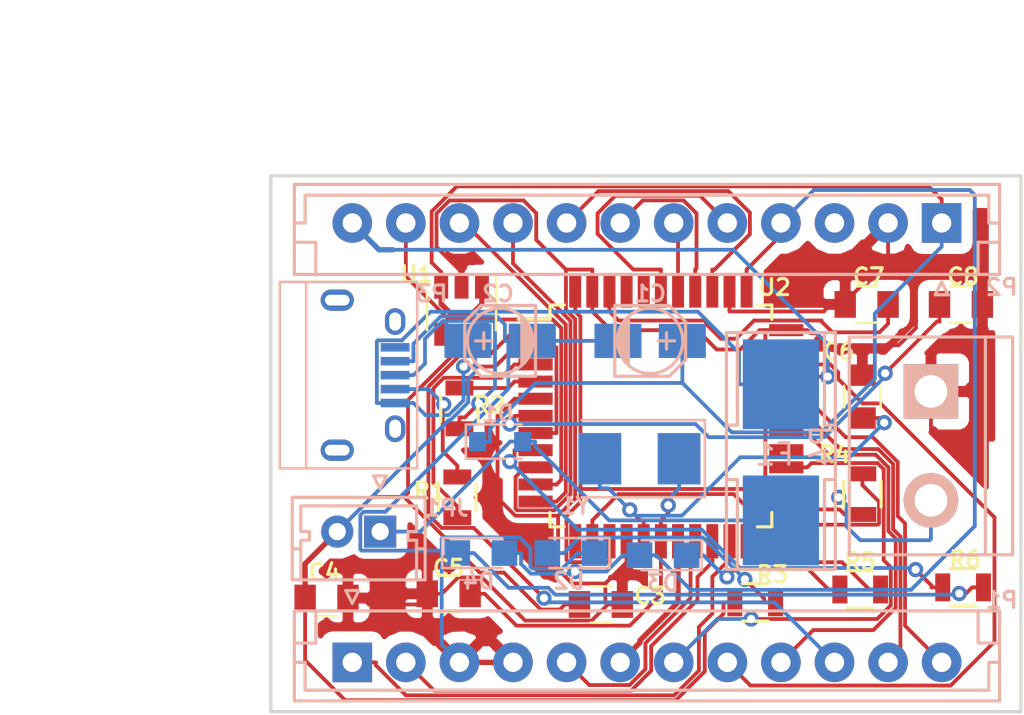
<source format=kicad_pcb>
(kicad_pcb (version 4) (host pcbnew 4.0.2+dfsg1-stable)

  (general
    (links 76)
    (no_connects 0)
    (area 149.924999 54.924999 185.075001 80.075001)
    (thickness 1.6)
    (drawings 6)
    (tracks 522)
    (zones 0)
    (modules 27)
    (nets 47)
  )

  (page A4)
  (layers
    (0 F.Cu signal)
    (31 B.Cu signal)
    (32 B.Adhes user)
    (33 F.Adhes user)
    (34 B.Paste user)
    (35 F.Paste user)
    (36 B.SilkS user)
    (37 F.SilkS user)
    (38 B.Mask user)
    (39 F.Mask user)
    (40 Dwgs.User user)
    (41 Cmts.User user)
    (42 Eco1.User user)
    (43 Eco2.User user)
    (44 Edge.Cuts user)
    (45 Margin user)
    (46 B.CrtYd user)
    (47 F.CrtYd user)
    (48 B.Fab user hide)
    (49 F.Fab user hide)
  )

  (setup
    (last_trace_width 0.1778)
    (trace_clearance 0.0381)
    (zone_clearance 0.508)
    (zone_45_only no)
    (trace_min 0.1524)
    (segment_width 0.2)
    (edge_width 0.15)
    (via_size 0.7112)
    (via_drill 0.381)
    (via_min_size 0.6858)
    (via_min_drill 0.3302)
    (uvia_size 0.3)
    (uvia_drill 0.1)
    (uvias_allowed no)
    (uvia_min_size 0)
    (uvia_min_drill 0)
    (pcb_text_width 0.3)
    (pcb_text_size 1.5 1.5)
    (mod_edge_width 0.15)
    (mod_text_size 1 1)
    (mod_text_width 0.15)
    (pad_size 1.524 1.524)
    (pad_drill 0.762)
    (pad_to_mask_clearance 0.2)
    (aux_axis_origin 167.5 67.5)
    (visible_elements 7FFFFFFF)
    (pcbplotparams
      (layerselection 0x00030_80000001)
      (usegerberextensions false)
      (excludeedgelayer true)
      (linewidth 0.100000)
      (plotframeref false)
      (viasonmask false)
      (mode 1)
      (useauxorigin false)
      (hpglpennumber 1)
      (hpglpenspeed 20)
      (hpglpendiameter 15)
      (hpglpenoverlay 2)
      (psnegative false)
      (psa4output false)
      (plotreference true)
      (plotvalue true)
      (plotinvisibletext false)
      (padsonsilk false)
      (subtractmaskfromsilk false)
      (outputformat 1)
      (mirror false)
      (drillshape 1)
      (scaleselection 1)
      (outputdirectory ""))
  )

  (net 0 "")
  (net 1 GND)
  (net 2 /RAW)
  (net 3 "Net-(C2-Pad1)")
  (net 4 "Net-(C5-Pad1)")
  (net 5 "Net-(C6-Pad1)")
  (net 6 "Net-(C7-Pad2)")
  (net 7 "Net-(C8-Pad2)")
  (net 8 "Net-(D1-Pad2)")
  (net 9 "Net-(D2-Pad2)")
  (net 10 VCC)
  (net 11 "Net-(D3-Pad1)")
  (net 12 "Net-(D4-Pad1)")
  (net 13 UVCC)
  (net 14 /TX0)
  (net 15 /RX1)
  (net 16 /D2)
  (net 17 /D3)
  (net 18 /D4)
  (net 19 /D5)
  (net 20 /D6)
  (net 21 /D7)
  (net 22 /D8)
  (net 23 /D9)
  (net 24 /RESET)
  (net 25 /A3)
  (net 26 /A2)
  (net 27 /A1)
  (net 28 /A0)
  (net 29 /SCK)
  (net 30 /MISO)
  (net 31 /MOSI)
  (net 32 /D10)
  (net 33 "Net-(P3-Pad2)")
  (net 34 "Net-(P3-Pad3)")
  (net 35 "Net-(P3-Pad5)")
  (net 36 /D-)
  (net 37 /D+)
  (net 38 "Net-(R4-Pad2)")
  (net 39 "Net-(R5-Pad2)")
  (net 40 /D14)
  (net 41 "Net-(U1-Pad4)")
  (net 42 /D11)
  (net 43 /D12)
  (net 44 /D13)
  (net 45 /A4)
  (net 46 /A5)

  (net_class Default "This is the default net class."
    (clearance 0.0381)
    (trace_width 0.1778)
    (via_dia 0.7112)
    (via_drill 0.381)
    (uvia_dia 0.3)
    (uvia_drill 0.1)
    (add_net /A0)
    (add_net /A1)
    (add_net /A2)
    (add_net /A3)
    (add_net /A4)
    (add_net /A5)
    (add_net /D+)
    (add_net /D-)
    (add_net /D10)
    (add_net /D11)
    (add_net /D12)
    (add_net /D13)
    (add_net /D14)
    (add_net /D2)
    (add_net /D3)
    (add_net /D4)
    (add_net /D5)
    (add_net /D6)
    (add_net /D7)
    (add_net /D8)
    (add_net /D9)
    (add_net /MISO)
    (add_net /MOSI)
    (add_net /RAW)
    (add_net /RESET)
    (add_net /RX1)
    (add_net /SCK)
    (add_net /TX0)
    (add_net GND)
    (add_net "Net-(C2-Pad1)")
    (add_net "Net-(C5-Pad1)")
    (add_net "Net-(C6-Pad1)")
    (add_net "Net-(C7-Pad2)")
    (add_net "Net-(C8-Pad2)")
    (add_net "Net-(D1-Pad2)")
    (add_net "Net-(D2-Pad2)")
    (add_net "Net-(D3-Pad1)")
    (add_net "Net-(D4-Pad1)")
    (add_net "Net-(P3-Pad2)")
    (add_net "Net-(P3-Pad3)")
    (add_net "Net-(P3-Pad5)")
    (add_net "Net-(R4-Pad2)")
    (add_net "Net-(R5-Pad2)")
    (add_net "Net-(U1-Pad4)")
    (add_net UVCC)
    (add_net VCC)
  )

  (module Connectors_JST:JST_EH_B12B-EH-A_12x2.50mm_Straight (layer B.Cu) (tedit 58A7AF10) (tstamp 58A4AC64)
    (at 153.8 77.7)
    (descr "JST EH series connector, B12B-EH-A, 2.50mm pitch, top entry")
    (tags "connector jst eh top vertical straight")
    (path /58A36043)
    (fp_text reference P1 (at 30.3 -2.9) (layer B.SilkS)
      (effects (font (size 0.75 0.75) (thickness 0.15)) (justify mirror))
    )
    (fp_text value CONN_01X12 (at 0 -5) (layer B.Fab)
      (effects (font (size 1 1) (thickness 0.15)) (justify mirror))
    )
    (fp_line (start -2.7 1.8) (end -2.7 -2.4) (layer B.SilkS) (width 0.15))
    (fp_line (start -2.7 -2.4) (end 30.2 -2.4) (layer B.SilkS) (width 0.15))
    (fp_line (start 30.2 -2.4) (end 30.2 1.8) (layer B.SilkS) (width 0.15))
    (fp_line (start 30.2 1.8) (end -2.7 1.8) (layer B.SilkS) (width 0.15))
    (fp_line (start -2.7 0) (end -2.2 0) (layer B.SilkS) (width 0.15))
    (fp_line (start -2.2 0) (end -2.2 1.3) (layer B.SilkS) (width 0.15))
    (fp_line (start -2.2 1.3) (end 29.7 1.3) (layer B.SilkS) (width 0.15))
    (fp_line (start 29.7 1.3) (end 29.7 0) (layer B.SilkS) (width 0.15))
    (fp_line (start 29.7 0) (end 30.2 0) (layer B.SilkS) (width 0.15))
    (fp_line (start -2.7 -0.9) (end -1.7 -0.9) (layer B.SilkS) (width 0.15))
    (fp_line (start -1.7 -0.9) (end -1.7 -2.4) (layer B.SilkS) (width 0.15))
    (fp_line (start 30.2 -0.9) (end 29.2 -0.9) (layer B.SilkS) (width 0.15))
    (fp_line (start 29.2 -0.9) (end 29.2 -2.4) (layer B.SilkS) (width 0.15))
    (fp_line (start 0 -2.75) (end -0.3 -3.35) (layer B.SilkS) (width 0.15))
    (fp_line (start -0.3 -3.35) (end 0.3 -3.35) (layer B.SilkS) (width 0.15))
    (fp_line (start 0.3 -3.35) (end 0 -2.75) (layer B.SilkS) (width 0.15))
    (fp_line (start -3.2 2.3) (end -3.2 -2.9) (layer B.CrtYd) (width 0.05))
    (fp_line (start -3.2 -2.9) (end 30.7 -2.9) (layer B.CrtYd) (width 0.05))
    (fp_line (start 30.7 -2.9) (end 30.7 2.3) (layer B.CrtYd) (width 0.05))
    (fp_line (start 30.7 2.3) (end -3.2 2.3) (layer B.CrtYd) (width 0.05))
    (pad 1 thru_hole rect (at 0 0) (size 1.85 1.85) (drill 0.9) (layers *.Cu *.Mask)
      (net 14 /TX0))
    (pad 2 thru_hole circle (at 2.5 0) (size 1.85 1.85) (drill 0.9) (layers *.Cu *.Mask)
      (net 15 /RX1))
    (pad 3 thru_hole circle (at 5 0) (size 1.85 1.85) (drill 0.9) (layers *.Cu *.Mask)
      (net 1 GND))
    (pad 4 thru_hole circle (at 7.5 0) (size 1.85 1.85) (drill 0.9) (layers *.Cu *.Mask)
      (net 1 GND))
    (pad 5 thru_hole circle (at 10 0) (size 1.85 1.85) (drill 0.9) (layers *.Cu *.Mask)
      (net 16 /D2))
    (pad 6 thru_hole circle (at 12.5 0) (size 1.85 1.85) (drill 0.9) (layers *.Cu *.Mask)
      (net 17 /D3))
    (pad 7 thru_hole circle (at 15 0) (size 1.85 1.85) (drill 0.9) (layers *.Cu *.Mask)
      (net 18 /D4))
    (pad 8 thru_hole circle (at 17.5 0) (size 1.85 1.85) (drill 0.9) (layers *.Cu *.Mask)
      (net 19 /D5))
    (pad 9 thru_hole circle (at 20 0) (size 1.85 1.85) (drill 0.9) (layers *.Cu *.Mask)
      (net 20 /D6))
    (pad 10 thru_hole circle (at 22.5 0) (size 1.85 1.85) (drill 0.9) (layers *.Cu *.Mask)
      (net 21 /D7))
    (pad 11 thru_hole circle (at 25 0) (size 1.85 1.85) (drill 0.9) (layers *.Cu *.Mask)
      (net 22 /D8))
    (pad 12 thru_hole circle (at 27.5 0) (size 1.85 1.85) (drill 0.9) (layers *.Cu *.Mask)
      (net 23 /D9))
    (model Connectors_JST.3dshapes/JST_EH_B12B-EH-A_12x2.50mm_Straight.wrl
      (at (xyz 0 0 0))
      (scale (xyz 1 1 1))
      (rotate (xyz 0 0 0))
    )
  )

  (module Capacitors_SMD:C_0805 (layer F.Cu) (tedit 58A7B9E0) (tstamp 58A4AB2C)
    (at 165.4 75)
    (descr "Capacitor SMD 0805, reflow soldering, AVX (see smccp.pdf)")
    (tags "capacitor 0805")
    (path /58A3AE41)
    (attr smd)
    (fp_text reference C3 (at 2.3 -0.4) (layer F.SilkS)
      (effects (font (size 0.75 0.75) (thickness 0.15)))
    )
    (fp_text value 1uF (at 0 2.1) (layer F.Fab)
      (effects (font (size 1 1) (thickness 0.15)))
    )
    (fp_line (start -1 0.625) (end -1 -0.625) (layer F.Fab) (width 0.1))
    (fp_line (start 1 0.625) (end -1 0.625) (layer F.Fab) (width 0.1))
    (fp_line (start 1 -0.625) (end 1 0.625) (layer F.Fab) (width 0.1))
    (fp_line (start -1 -0.625) (end 1 -0.625) (layer F.Fab) (width 0.1))
    (fp_line (start -1.8 -1) (end 1.8 -1) (layer F.CrtYd) (width 0.05))
    (fp_line (start -1.8 1) (end 1.8 1) (layer F.CrtYd) (width 0.05))
    (fp_line (start -1.8 -1) (end -1.8 1) (layer F.CrtYd) (width 0.05))
    (fp_line (start 1.8 -1) (end 1.8 1) (layer F.CrtYd) (width 0.05))
    (fp_line (start 0.5 -0.85) (end -0.5 -0.85) (layer F.SilkS) (width 0.12))
    (fp_line (start -0.5 0.85) (end 0.5 0.85) (layer F.SilkS) (width 0.12))
    (pad 1 smd rect (at -1 0) (size 1 1.25) (layers F.Cu F.Paste F.Mask)
      (net 3 "Net-(C2-Pad1)"))
    (pad 2 smd rect (at 1 0) (size 1 1.25) (layers F.Cu F.Paste F.Mask)
      (net 1 GND))
    (model Capacitors_SMD.3dshapes/C_0805.wrl
      (at (xyz 0 0 0))
      (scale (xyz 1 1 1))
      (rotate (xyz 0 0 0))
    )
  )

  (module Capacitors_SMD:C_0805 (layer F.Cu) (tedit 58A7BA00) (tstamp 58A4AB3C)
    (at 152.6 74.7)
    (descr "Capacitor SMD 0805, reflow soldering, AVX (see smccp.pdf)")
    (tags "capacitor 0805")
    (path /58A3AE88)
    (attr smd)
    (fp_text reference C4 (at -0.1 -1.2) (layer F.SilkS)
      (effects (font (size 0.75 0.75) (thickness 0.15)))
    )
    (fp_text value 0.1uF (at 0 2.1) (layer F.Fab)
      (effects (font (size 1 1) (thickness 0.15)))
    )
    (fp_line (start -1 0.625) (end -1 -0.625) (layer F.Fab) (width 0.1))
    (fp_line (start 1 0.625) (end -1 0.625) (layer F.Fab) (width 0.1))
    (fp_line (start 1 -0.625) (end 1 0.625) (layer F.Fab) (width 0.1))
    (fp_line (start -1 -0.625) (end 1 -0.625) (layer F.Fab) (width 0.1))
    (fp_line (start -1.8 -1) (end 1.8 -1) (layer F.CrtYd) (width 0.05))
    (fp_line (start -1.8 1) (end 1.8 1) (layer F.CrtYd) (width 0.05))
    (fp_line (start -1.8 -1) (end -1.8 1) (layer F.CrtYd) (width 0.05))
    (fp_line (start 1.8 -1) (end 1.8 1) (layer F.CrtYd) (width 0.05))
    (fp_line (start 0.5 -0.85) (end -0.5 -0.85) (layer F.SilkS) (width 0.12))
    (fp_line (start -0.5 0.85) (end 0.5 0.85) (layer F.SilkS) (width 0.12))
    (pad 1 smd rect (at -1 0) (size 1 1.25) (layers F.Cu F.Paste F.Mask)
      (net 3 "Net-(C2-Pad1)"))
    (pad 2 smd rect (at 1 0) (size 1 1.25) (layers F.Cu F.Paste F.Mask)
      (net 1 GND))
    (model Capacitors_SMD.3dshapes/C_0805.wrl
      (at (xyz 0 0 0))
      (scale (xyz 1 1 1))
      (rotate (xyz 0 0 0))
    )
  )

  (module Capacitors_SMD:C_0805 (layer F.Cu) (tedit 58A7B9F2) (tstamp 58A4AB4C)
    (at 158.3 74.5 180)
    (descr "Capacitor SMD 0805, reflow soldering, AVX (see smccp.pdf)")
    (tags "capacitor 0805")
    (path /58A4964E)
    (attr smd)
    (fp_text reference C5 (at 0 1.2 180) (layer F.SilkS)
      (effects (font (size 0.75 0.75) (thickness 0.15)))
    )
    (fp_text value 22pF (at 0 2.1 180) (layer F.Fab)
      (effects (font (size 1 1) (thickness 0.15)))
    )
    (fp_line (start -1 0.625) (end -1 -0.625) (layer F.Fab) (width 0.1))
    (fp_line (start 1 0.625) (end -1 0.625) (layer F.Fab) (width 0.1))
    (fp_line (start 1 -0.625) (end 1 0.625) (layer F.Fab) (width 0.1))
    (fp_line (start -1 -0.625) (end 1 -0.625) (layer F.Fab) (width 0.1))
    (fp_line (start -1.8 -1) (end 1.8 -1) (layer F.CrtYd) (width 0.05))
    (fp_line (start -1.8 1) (end 1.8 1) (layer F.CrtYd) (width 0.05))
    (fp_line (start -1.8 -1) (end -1.8 1) (layer F.CrtYd) (width 0.05))
    (fp_line (start 1.8 -1) (end 1.8 1) (layer F.CrtYd) (width 0.05))
    (fp_line (start 0.5 -0.85) (end -0.5 -0.85) (layer F.SilkS) (width 0.12))
    (fp_line (start -0.5 0.85) (end 0.5 0.85) (layer F.SilkS) (width 0.12))
    (pad 1 smd rect (at -1 0 180) (size 1 1.25) (layers F.Cu F.Paste F.Mask)
      (net 4 "Net-(C5-Pad1)"))
    (pad 2 smd rect (at 1 0 180) (size 1 1.25) (layers F.Cu F.Paste F.Mask)
      (net 1 GND))
    (model Capacitors_SMD.3dshapes/C_0805.wrl
      (at (xyz 0 0 0))
      (scale (xyz 1 1 1))
      (rotate (xyz 0 0 0))
    )
  )

  (module Capacitors_SMD:C_0805 (layer F.Cu) (tedit 58A7B973) (tstamp 58A4AB5C)
    (at 177.6 65.3 90)
    (descr "Capacitor SMD 0805, reflow soldering, AVX (see smccp.pdf)")
    (tags "capacitor 0805")
    (path /58A496FB)
    (attr smd)
    (fp_text reference C6 (at 2.1 -1.1 180) (layer F.SilkS)
      (effects (font (size 0.75 0.75) (thickness 0.15)))
    )
    (fp_text value 22pF (at 0 2.1 90) (layer F.Fab)
      (effects (font (size 1 1) (thickness 0.15)))
    )
    (fp_line (start -1 0.625) (end -1 -0.625) (layer F.Fab) (width 0.1))
    (fp_line (start 1 0.625) (end -1 0.625) (layer F.Fab) (width 0.1))
    (fp_line (start 1 -0.625) (end 1 0.625) (layer F.Fab) (width 0.1))
    (fp_line (start -1 -0.625) (end 1 -0.625) (layer F.Fab) (width 0.1))
    (fp_line (start -1.8 -1) (end 1.8 -1) (layer F.CrtYd) (width 0.05))
    (fp_line (start -1.8 1) (end 1.8 1) (layer F.CrtYd) (width 0.05))
    (fp_line (start -1.8 -1) (end -1.8 1) (layer F.CrtYd) (width 0.05))
    (fp_line (start 1.8 -1) (end 1.8 1) (layer F.CrtYd) (width 0.05))
    (fp_line (start 0.5 -0.85) (end -0.5 -0.85) (layer F.SilkS) (width 0.12))
    (fp_line (start -0.5 0.85) (end 0.5 0.85) (layer F.SilkS) (width 0.12))
    (pad 1 smd rect (at -1 0 90) (size 1 1.25) (layers F.Cu F.Paste F.Mask)
      (net 5 "Net-(C6-Pad1)"))
    (pad 2 smd rect (at 1 0 90) (size 1 1.25) (layers F.Cu F.Paste F.Mask)
      (net 1 GND))
    (model Capacitors_SMD.3dshapes/C_0805.wrl
      (at (xyz 0 0 0))
      (scale (xyz 1 1 1))
      (rotate (xyz 0 0 0))
    )
  )

  (module Capacitors_SMD:C_0805 (layer F.Cu) (tedit 58A7B94D) (tstamp 58A4AB6C)
    (at 177.8 61)
    (descr "Capacitor SMD 0805, reflow soldering, AVX (see smccp.pdf)")
    (tags "capacitor 0805")
    (path /58A49DEC)
    (attr smd)
    (fp_text reference C7 (at 0.1 -1.3) (layer F.SilkS)
      (effects (font (size 0.75 0.75) (thickness 0.15)))
    )
    (fp_text value 0.1uF (at 0 2.1) (layer F.Fab)
      (effects (font (size 1 1) (thickness 0.15)))
    )
    (fp_line (start -1 0.625) (end -1 -0.625) (layer F.Fab) (width 0.1))
    (fp_line (start 1 0.625) (end -1 0.625) (layer F.Fab) (width 0.1))
    (fp_line (start 1 -0.625) (end 1 0.625) (layer F.Fab) (width 0.1))
    (fp_line (start -1 -0.625) (end 1 -0.625) (layer F.Fab) (width 0.1))
    (fp_line (start -1.8 -1) (end 1.8 -1) (layer F.CrtYd) (width 0.05))
    (fp_line (start -1.8 1) (end 1.8 1) (layer F.CrtYd) (width 0.05))
    (fp_line (start -1.8 -1) (end -1.8 1) (layer F.CrtYd) (width 0.05))
    (fp_line (start 1.8 -1) (end 1.8 1) (layer F.CrtYd) (width 0.05))
    (fp_line (start 0.5 -0.85) (end -0.5 -0.85) (layer F.SilkS) (width 0.12))
    (fp_line (start -0.5 0.85) (end 0.5 0.85) (layer F.SilkS) (width 0.12))
    (pad 1 smd rect (at -1 0) (size 1 1.25) (layers F.Cu F.Paste F.Mask)
      (net 1 GND))
    (pad 2 smd rect (at 1 0) (size 1 1.25) (layers F.Cu F.Paste F.Mask)
      (net 6 "Net-(C7-Pad2)"))
    (model Capacitors_SMD.3dshapes/C_0805.wrl
      (at (xyz 0 0 0))
      (scale (xyz 1 1 1))
      (rotate (xyz 0 0 0))
    )
  )

  (module Capacitors_SMD:C_0805 (layer F.Cu) (tedit 58A7B954) (tstamp 58A4AB7C)
    (at 182.2 61 180)
    (descr "Capacitor SMD 0805, reflow soldering, AVX (see smccp.pdf)")
    (tags "capacitor 0805")
    (path /58A49BC7)
    (attr smd)
    (fp_text reference C8 (at -0.1 1.3 180) (layer F.SilkS)
      (effects (font (size 0.75 0.75) (thickness 0.15)))
    )
    (fp_text value 1uF (at 0 2.1 180) (layer F.Fab)
      (effects (font (size 1 1) (thickness 0.15)))
    )
    (fp_line (start -1 0.625) (end -1 -0.625) (layer F.Fab) (width 0.1))
    (fp_line (start 1 0.625) (end -1 0.625) (layer F.Fab) (width 0.1))
    (fp_line (start 1 -0.625) (end 1 0.625) (layer F.Fab) (width 0.1))
    (fp_line (start -1 -0.625) (end 1 -0.625) (layer F.Fab) (width 0.1))
    (fp_line (start -1.8 -1) (end 1.8 -1) (layer F.CrtYd) (width 0.05))
    (fp_line (start -1.8 1) (end 1.8 1) (layer F.CrtYd) (width 0.05))
    (fp_line (start -1.8 -1) (end -1.8 1) (layer F.CrtYd) (width 0.05))
    (fp_line (start 1.8 -1) (end 1.8 1) (layer F.CrtYd) (width 0.05))
    (fp_line (start 0.5 -0.85) (end -0.5 -0.85) (layer F.SilkS) (width 0.12))
    (fp_line (start -0.5 0.85) (end 0.5 0.85) (layer F.SilkS) (width 0.12))
    (pad 1 smd rect (at -1 0 180) (size 1 1.25) (layers F.Cu F.Paste F.Mask)
      (net 1 GND))
    (pad 2 smd rect (at 1 0 180) (size 1 1.25) (layers F.Cu F.Paste F.Mask)
      (net 7 "Net-(C8-Pad2)"))
    (model Capacitors_SMD.3dshapes/C_0805.wrl
      (at (xyz 0 0 0))
      (scale (xyz 1 1 1))
      (rotate (xyz 0 0 0))
    )
  )

  (module Diodes_SMD:D_0805 (layer B.Cu) (tedit 58A7B8D9) (tstamp 58A4AB93)
    (at 160.7 67.4)
    (descr "Diode SMD in 0805 package")
    (tags "smd diode")
    (path /58A35198)
    (attr smd)
    (fp_text reference D1 (at -0.1 -1.3) (layer B.SilkS)
      (effects (font (size 0.75 0.75) (thickness 0.15)) (justify mirror))
    )
    (fp_text value D (at 0 1.6) (layer B.Fab)
      (effects (font (size 1 1) (thickness 0.15)) (justify mirror))
    )
    (fp_line (start -1.6 0.8) (end -1.6 -0.8) (layer B.SilkS) (width 0.12))
    (fp_line (start -1.7 -0.88) (end -1.7 0.88) (layer B.CrtYd) (width 0.05))
    (fp_line (start 1.7 -0.88) (end -1.7 -0.88) (layer B.CrtYd) (width 0.05))
    (fp_line (start 1.7 0.88) (end 1.7 -0.88) (layer B.CrtYd) (width 0.05))
    (fp_line (start -1.7 0.88) (end 1.7 0.88) (layer B.CrtYd) (width 0.05))
    (fp_line (start 0.2 0) (end 0.4 0) (layer B.Fab) (width 0.1))
    (fp_line (start -0.1 0) (end -0.3 0) (layer B.Fab) (width 0.1))
    (fp_line (start -0.1 0.2) (end -0.1 -0.2) (layer B.Fab) (width 0.1))
    (fp_line (start 0.2 -0.2) (end 0.2 0.2) (layer B.Fab) (width 0.1))
    (fp_line (start -0.1 0) (end 0.2 -0.2) (layer B.Fab) (width 0.1))
    (fp_line (start 0.2 0.2) (end -0.1 0) (layer B.Fab) (width 0.1))
    (fp_line (start -1 -0.625) (end -1 0.625) (layer B.Fab) (width 0.1))
    (fp_line (start 1 -0.625) (end -1 -0.625) (layer B.Fab) (width 0.1))
    (fp_line (start 1 0.625) (end 1 -0.625) (layer B.Fab) (width 0.1))
    (fp_line (start -1 0.625) (end 1 0.625) (layer B.Fab) (width 0.1))
    (fp_line (start -1.6 -0.8) (end 1 -0.8) (layer B.SilkS) (width 0.12))
    (fp_line (start -1.6 0.8) (end 1 0.8) (layer B.SilkS) (width 0.12))
    (pad 1 smd rect (at -1.05 0) (size 0.8 0.9) (layers B.Cu B.Paste B.Mask)
      (net 2 /RAW))
    (pad 2 smd rect (at 1.05 0) (size 0.8 0.9) (layers B.Cu B.Paste B.Mask)
      (net 8 "Net-(D1-Pad2)"))
  )

  (module LEDs:LED_0805 (layer B.Cu) (tedit 58A7B8A6) (tstamp 58A4ABA8)
    (at 164 72.6 180)
    (descr "LED 0805 smd package")
    (tags "LED led 0805 SMD smd SMT smt smdled SMDLED smtled SMTLED")
    (path /58A34FD7)
    (attr smd)
    (fp_text reference D2 (at 0.1 -1.3 180) (layer B.SilkS)
      (effects (font (size 0.75 0.75) (thickness 0.15)) (justify mirror))
    )
    (fp_text value Red (at 0 -1.55 180) (layer B.Fab)
      (effects (font (size 1 1) (thickness 0.15)) (justify mirror))
    )
    (fp_line (start -1.8 0.7) (end -1.8 -0.7) (layer B.SilkS) (width 0.12))
    (fp_line (start -0.4 0.4) (end -0.4 -0.4) (layer B.Fab) (width 0.1))
    (fp_line (start -0.4 0) (end 0.2 0.4) (layer B.Fab) (width 0.1))
    (fp_line (start 0.2 -0.4) (end -0.4 0) (layer B.Fab) (width 0.1))
    (fp_line (start 0.2 0.4) (end 0.2 -0.4) (layer B.Fab) (width 0.1))
    (fp_line (start 1 -0.6) (end -1 -0.6) (layer B.Fab) (width 0.1))
    (fp_line (start 1 0.6) (end 1 -0.6) (layer B.Fab) (width 0.1))
    (fp_line (start -1 0.6) (end 1 0.6) (layer B.Fab) (width 0.1))
    (fp_line (start -1 -0.6) (end -1 0.6) (layer B.Fab) (width 0.1))
    (fp_line (start -1.8 -0.7) (end 1 -0.7) (layer B.SilkS) (width 0.12))
    (fp_line (start -1.8 0.7) (end 1 0.7) (layer B.SilkS) (width 0.12))
    (fp_line (start 1.95 0.85) (end 1.95 -0.85) (layer B.CrtYd) (width 0.05))
    (fp_line (start 1.95 -0.85) (end -1.95 -0.85) (layer B.CrtYd) (width 0.05))
    (fp_line (start -1.95 -0.85) (end -1.95 0.85) (layer B.CrtYd) (width 0.05))
    (fp_line (start -1.95 0.85) (end 1.95 0.85) (layer B.CrtYd) (width 0.05))
    (pad 2 smd rect (at 1.1 0) (size 1.2 1.2) (layers B.Cu B.Paste B.Mask)
      (net 9 "Net-(D2-Pad2)"))
    (pad 1 smd rect (at -1.1 0) (size 1.2 1.2) (layers B.Cu B.Paste B.Mask)
      (net 1 GND))
    (model LEDs.3dshapes/LED_0805.wrl
      (at (xyz 0 0 0))
      (scale (xyz 1 1 1))
      (rotate (xyz 0 0 180))
    )
  )

  (module LEDs:LED_0805 (layer B.Cu) (tedit 58A7B8B4) (tstamp 58A4ABBD)
    (at 168.3 72.7 180)
    (descr "LED 0805 smd package")
    (tags "LED led 0805 SMD smd SMT smt smdled SMDLED smtled SMTLED")
    (path /58A4C2EA)
    (attr smd)
    (fp_text reference D3 (at 0 -1.3 180) (layer B.SilkS)
      (effects (font (size 0.75 0.75) (thickness 0.15)) (justify mirror))
    )
    (fp_text value Green (at 0 -1.55 180) (layer B.Fab)
      (effects (font (size 1 1) (thickness 0.15)) (justify mirror))
    )
    (fp_line (start -1.8 0.7) (end -1.8 -0.7) (layer B.SilkS) (width 0.12))
    (fp_line (start -0.4 0.4) (end -0.4 -0.4) (layer B.Fab) (width 0.1))
    (fp_line (start -0.4 0) (end 0.2 0.4) (layer B.Fab) (width 0.1))
    (fp_line (start 0.2 -0.4) (end -0.4 0) (layer B.Fab) (width 0.1))
    (fp_line (start 0.2 0.4) (end 0.2 -0.4) (layer B.Fab) (width 0.1))
    (fp_line (start 1 -0.6) (end -1 -0.6) (layer B.Fab) (width 0.1))
    (fp_line (start 1 0.6) (end 1 -0.6) (layer B.Fab) (width 0.1))
    (fp_line (start -1 0.6) (end 1 0.6) (layer B.Fab) (width 0.1))
    (fp_line (start -1 -0.6) (end -1 0.6) (layer B.Fab) (width 0.1))
    (fp_line (start -1.8 -0.7) (end 1 -0.7) (layer B.SilkS) (width 0.12))
    (fp_line (start -1.8 0.7) (end 1 0.7) (layer B.SilkS) (width 0.12))
    (fp_line (start 1.95 0.85) (end 1.95 -0.85) (layer B.CrtYd) (width 0.05))
    (fp_line (start 1.95 -0.85) (end -1.95 -0.85) (layer B.CrtYd) (width 0.05))
    (fp_line (start -1.95 -0.85) (end -1.95 0.85) (layer B.CrtYd) (width 0.05))
    (fp_line (start -1.95 0.85) (end 1.95 0.85) (layer B.CrtYd) (width 0.05))
    (pad 2 smd rect (at 1.1 0) (size 1.2 1.2) (layers B.Cu B.Paste B.Mask)
      (net 10 VCC))
    (pad 1 smd rect (at -1.1 0) (size 1.2 1.2) (layers B.Cu B.Paste B.Mask)
      (net 11 "Net-(D3-Pad1)"))
    (model LEDs.3dshapes/LED_0805.wrl
      (at (xyz 0 0 0))
      (scale (xyz 1 1 1))
      (rotate (xyz 0 0 180))
    )
  )

  (module LEDs:LED_0805 (layer B.Cu) (tedit 58A7B8AD) (tstamp 58A4ABD2)
    (at 159.8 72.6)
    (descr "LED 0805 smd package")
    (tags "LED led 0805 SMD smd SMT smt smdled SMDLED smtled SMTLED")
    (path /58A4C3F7)
    (attr smd)
    (fp_text reference D4 (at -0.1 1.3) (layer B.SilkS)
      (effects (font (size 0.75 0.75) (thickness 0.15)) (justify mirror))
    )
    (fp_text value Yellow (at 0 -1.55) (layer B.Fab)
      (effects (font (size 1 1) (thickness 0.15)) (justify mirror))
    )
    (fp_line (start -1.8 0.7) (end -1.8 -0.7) (layer B.SilkS) (width 0.12))
    (fp_line (start -0.4 0.4) (end -0.4 -0.4) (layer B.Fab) (width 0.1))
    (fp_line (start -0.4 0) (end 0.2 0.4) (layer B.Fab) (width 0.1))
    (fp_line (start 0.2 -0.4) (end -0.4 0) (layer B.Fab) (width 0.1))
    (fp_line (start 0.2 0.4) (end 0.2 -0.4) (layer B.Fab) (width 0.1))
    (fp_line (start 1 -0.6) (end -1 -0.6) (layer B.Fab) (width 0.1))
    (fp_line (start 1 0.6) (end 1 -0.6) (layer B.Fab) (width 0.1))
    (fp_line (start -1 0.6) (end 1 0.6) (layer B.Fab) (width 0.1))
    (fp_line (start -1 -0.6) (end -1 0.6) (layer B.Fab) (width 0.1))
    (fp_line (start -1.8 -0.7) (end 1 -0.7) (layer B.SilkS) (width 0.12))
    (fp_line (start -1.8 0.7) (end 1 0.7) (layer B.SilkS) (width 0.12))
    (fp_line (start 1.95 0.85) (end 1.95 -0.85) (layer B.CrtYd) (width 0.05))
    (fp_line (start 1.95 -0.85) (end -1.95 -0.85) (layer B.CrtYd) (width 0.05))
    (fp_line (start -1.95 -0.85) (end -1.95 0.85) (layer B.CrtYd) (width 0.05))
    (fp_line (start -1.95 0.85) (end 1.95 0.85) (layer B.CrtYd) (width 0.05))
    (pad 2 smd rect (at 1.1 0 180) (size 1.2 1.2) (layers B.Cu B.Paste B.Mask)
      (net 10 VCC))
    (pad 1 smd rect (at -1.1 0 180) (size 1.2 1.2) (layers B.Cu B.Paste B.Mask)
      (net 12 "Net-(D4-Pad1)"))
    (model LEDs.3dshapes/LED_0805.wrl
      (at (xyz 0 0 0))
      (scale (xyz 1 1 1))
      (rotate (xyz 0 0 180))
    )
  )

  (module SMD_Packages:Fuse_SMD (layer B.Cu) (tedit 0) (tstamp 58A4ABE4)
    (at 173.8 67.9)
    (path /58A34F94)
    (attr smd)
    (fp_text reference F1 (at -0.3 0.1) (layer B.SilkS)
      (effects (font (size 1 1) (thickness 0.15)) (justify mirror))
    )
    (fp_text value 500mA (at 0 -0.762) (layer B.Fab)
      (effects (font (size 1 1) (thickness 0.15)) (justify mirror))
    )
    (fp_line (start -2.032 -5.588) (end -2.032 -1.27) (layer B.SilkS) (width 0.15))
    (fp_line (start -2.032 -1.27) (end -2.54 -1.27) (layer B.SilkS) (width 0.15))
    (fp_line (start 2.032 -5.588) (end 2.032 -1.27) (layer B.SilkS) (width 0.15))
    (fp_line (start 2.032 -1.27) (end 2.54 -1.27) (layer B.SilkS) (width 0.15))
    (fp_line (start 2.032 5.461) (end 2.032 1.27) (layer B.SilkS) (width 0.15))
    (fp_line (start 2.032 1.27) (end 2.54 1.27) (layer B.SilkS) (width 0.15))
    (fp_line (start -2.032 5.461) (end -2.032 1.27) (layer B.SilkS) (width 0.15))
    (fp_line (start -2.032 1.27) (end -2.54 1.27) (layer B.SilkS) (width 0.15))
    (fp_line (start -2.54 5.461) (end -2.54 -5.588) (layer B.SilkS) (width 0.15))
    (fp_line (start 2.54 -5.588) (end 2.54 5.461) (layer B.SilkS) (width 0.15))
    (fp_line (start 2.54 -5.588) (end -2.54 -5.588) (layer B.SilkS) (width 0.15))
    (fp_line (start -2.54 5.461) (end 2.54 5.461) (layer B.SilkS) (width 0.15))
    (pad 1 smd rect (at 0 3.175) (size 3.556 4.191) (layers B.Cu B.Paste B.Mask)
      (net 8 "Net-(D1-Pad2)"))
    (pad 2 smd rect (at 0 -3.175) (size 3.556 4.191) (layers B.Cu B.Paste B.Mask)
      (net 13 UVCC))
    (model SMD_Packages.3dshapes/Fuse_SMD.wrl
      (at (xyz 0 0 0))
      (scale (xyz 0.4 0.4 0.4))
      (rotate (xyz 0 0 90))
    )
  )

  (module Connectors_JST:JST_EH_B12B-EH-A_12x2.50mm_Straight (layer B.Cu) (tedit 58A7AEEB) (tstamp 58A4AC88)
    (at 181.3 57.2 180)
    (descr "JST EH series connector, B12B-EH-A, 2.50mm pitch, top entry")
    (tags "connector jst eh top vertical straight")
    (path /58A35222)
    (fp_text reference P2 (at -2.8 -3 180) (layer B.SilkS)
      (effects (font (size 0.75 0.75) (thickness 0.15)) (justify mirror))
    )
    (fp_text value CONN_01X12 (at 0 -5 180) (layer B.Fab)
      (effects (font (size 1 1) (thickness 0.15)) (justify mirror))
    )
    (fp_line (start -2.7 1.8) (end -2.7 -2.4) (layer B.SilkS) (width 0.15))
    (fp_line (start -2.7 -2.4) (end 30.2 -2.4) (layer B.SilkS) (width 0.15))
    (fp_line (start 30.2 -2.4) (end 30.2 1.8) (layer B.SilkS) (width 0.15))
    (fp_line (start 30.2 1.8) (end -2.7 1.8) (layer B.SilkS) (width 0.15))
    (fp_line (start -2.7 0) (end -2.2 0) (layer B.SilkS) (width 0.15))
    (fp_line (start -2.2 0) (end -2.2 1.3) (layer B.SilkS) (width 0.15))
    (fp_line (start -2.2 1.3) (end 29.7 1.3) (layer B.SilkS) (width 0.15))
    (fp_line (start 29.7 1.3) (end 29.7 0) (layer B.SilkS) (width 0.15))
    (fp_line (start 29.7 0) (end 30.2 0) (layer B.SilkS) (width 0.15))
    (fp_line (start -2.7 -0.9) (end -1.7 -0.9) (layer B.SilkS) (width 0.15))
    (fp_line (start -1.7 -0.9) (end -1.7 -2.4) (layer B.SilkS) (width 0.15))
    (fp_line (start 30.2 -0.9) (end 29.2 -0.9) (layer B.SilkS) (width 0.15))
    (fp_line (start 29.2 -0.9) (end 29.2 -2.4) (layer B.SilkS) (width 0.15))
    (fp_line (start 0 -2.75) (end -0.3 -3.35) (layer B.SilkS) (width 0.15))
    (fp_line (start -0.3 -3.35) (end 0.3 -3.35) (layer B.SilkS) (width 0.15))
    (fp_line (start 0.3 -3.35) (end 0 -2.75) (layer B.SilkS) (width 0.15))
    (fp_line (start -3.2 2.3) (end -3.2 -2.9) (layer B.CrtYd) (width 0.05))
    (fp_line (start -3.2 -2.9) (end 30.7 -2.9) (layer B.CrtYd) (width 0.05))
    (fp_line (start 30.7 -2.9) (end 30.7 2.3) (layer B.CrtYd) (width 0.05))
    (fp_line (start 30.7 2.3) (end -3.2 2.3) (layer B.CrtYd) (width 0.05))
    (pad 1 thru_hole rect (at 0 0 180) (size 1.85 1.85) (drill 0.9) (layers *.Cu *.Mask)
      (net 2 /RAW))
    (pad 2 thru_hole circle (at 2.5 0 180) (size 1.85 1.85) (drill 0.9) (layers *.Cu *.Mask)
      (net 1 GND))
    (pad 3 thru_hole circle (at 5 0 180) (size 1.85 1.85) (drill 0.9) (layers *.Cu *.Mask)
      (net 24 /RESET))
    (pad 4 thru_hole circle (at 7.5 0 180) (size 1.85 1.85) (drill 0.9) (layers *.Cu *.Mask)
      (net 10 VCC))
    (pad 5 thru_hole circle (at 10 0 180) (size 1.85 1.85) (drill 0.9) (layers *.Cu *.Mask)
      (net 25 /A3))
    (pad 6 thru_hole circle (at 12.5 0 180) (size 1.85 1.85) (drill 0.9) (layers *.Cu *.Mask)
      (net 26 /A2))
    (pad 7 thru_hole circle (at 15 0 180) (size 1.85 1.85) (drill 0.9) (layers *.Cu *.Mask)
      (net 27 /A1))
    (pad 8 thru_hole circle (at 17.5 0 180) (size 1.85 1.85) (drill 0.9) (layers *.Cu *.Mask)
      (net 28 /A0))
    (pad 9 thru_hole circle (at 20 0 180) (size 1.85 1.85) (drill 0.9) (layers *.Cu *.Mask)
      (net 29 /SCK))
    (pad 10 thru_hole circle (at 22.5 0 180) (size 1.85 1.85) (drill 0.9) (layers *.Cu *.Mask)
      (net 30 /MISO))
    (pad 11 thru_hole circle (at 25 0 180) (size 1.85 1.85) (drill 0.9) (layers *.Cu *.Mask)
      (net 31 /MOSI))
    (pad 12 thru_hole circle (at 27.5 0 180) (size 1.85 1.85) (drill 0.9) (layers *.Cu *.Mask)
      (net 32 /D10))
    (model Connectors_JST.3dshapes/JST_EH_B12B-EH-A_12x2.50mm_Straight.wrl
      (at (xyz 0 0 0))
      (scale (xyz 1 1 1))
      (rotate (xyz 0 0 0))
    )
  )

  (module Resistors_SMD:R_0805 (layer F.Cu) (tedit 58A7BA15) (tstamp 58A4ACAC)
    (at 158.7 70 90)
    (descr "Resistor SMD 0805, reflow soldering, Vishay (see dcrcw.pdf)")
    (tags "resistor 0805")
    (path /58A4AAF1)
    (attr smd)
    (fp_text reference R1 (at 0.3 -1.3 180) (layer F.SilkS)
      (effects (font (size 0.75 0.75) (thickness 0.15)))
    )
    (fp_text value 22 (at 0 2.1 90) (layer F.Fab)
      (effects (font (size 1 1) (thickness 0.15)))
    )
    (fp_line (start -1 0.625) (end -1 -0.625) (layer F.Fab) (width 0.1))
    (fp_line (start 1 0.625) (end -1 0.625) (layer F.Fab) (width 0.1))
    (fp_line (start 1 -0.625) (end 1 0.625) (layer F.Fab) (width 0.1))
    (fp_line (start -1 -0.625) (end 1 -0.625) (layer F.Fab) (width 0.1))
    (fp_line (start -1.6 -1) (end 1.6 -1) (layer F.CrtYd) (width 0.05))
    (fp_line (start -1.6 1) (end 1.6 1) (layer F.CrtYd) (width 0.05))
    (fp_line (start -1.6 -1) (end -1.6 1) (layer F.CrtYd) (width 0.05))
    (fp_line (start 1.6 -1) (end 1.6 1) (layer F.CrtYd) (width 0.05))
    (fp_line (start 0.6 0.875) (end -0.6 0.875) (layer F.SilkS) (width 0.15))
    (fp_line (start -0.6 -0.875) (end 0.6 -0.875) (layer F.SilkS) (width 0.15))
    (pad 1 smd rect (at -0.95 0 90) (size 0.7 1.3) (layers F.Cu F.Paste F.Mask)
      (net 36 /D-))
    (pad 2 smd rect (at 0.95 0 90) (size 0.7 1.3) (layers F.Cu F.Paste F.Mask)
      (net 33 "Net-(P3-Pad2)"))
    (model Resistors_SMD.3dshapes/R_0805.wrl
      (at (xyz 0 0 0))
      (scale (xyz 1 1 1))
      (rotate (xyz 0 0 0))
    )
  )

  (module Resistors_SMD:R_0805 (layer F.Cu) (tedit 58A7BA1D) (tstamp 58A4ACBC)
    (at 158.8 65.85 270)
    (descr "Resistor SMD 0805, reflow soldering, Vishay (see dcrcw.pdf)")
    (tags "resistor 0805")
    (path /58A4ABD9)
    (attr smd)
    (fp_text reference R2 (at -0.15 -1.4 360) (layer F.SilkS)
      (effects (font (size 0.75 0.75) (thickness 0.15)))
    )
    (fp_text value 22 (at 0 2.1 270) (layer F.Fab)
      (effects (font (size 1 1) (thickness 0.15)))
    )
    (fp_line (start -1 0.625) (end -1 -0.625) (layer F.Fab) (width 0.1))
    (fp_line (start 1 0.625) (end -1 0.625) (layer F.Fab) (width 0.1))
    (fp_line (start 1 -0.625) (end 1 0.625) (layer F.Fab) (width 0.1))
    (fp_line (start -1 -0.625) (end 1 -0.625) (layer F.Fab) (width 0.1))
    (fp_line (start -1.6 -1) (end 1.6 -1) (layer F.CrtYd) (width 0.05))
    (fp_line (start -1.6 1) (end 1.6 1) (layer F.CrtYd) (width 0.05))
    (fp_line (start -1.6 -1) (end -1.6 1) (layer F.CrtYd) (width 0.05))
    (fp_line (start 1.6 -1) (end 1.6 1) (layer F.CrtYd) (width 0.05))
    (fp_line (start 0.6 0.875) (end -0.6 0.875) (layer F.SilkS) (width 0.15))
    (fp_line (start -0.6 -0.875) (end 0.6 -0.875) (layer F.SilkS) (width 0.15))
    (pad 1 smd rect (at -0.95 0 270) (size 0.7 1.3) (layers F.Cu F.Paste F.Mask)
      (net 37 /D+))
    (pad 2 smd rect (at 0.95 0 270) (size 0.7 1.3) (layers F.Cu F.Paste F.Mask)
      (net 34 "Net-(P3-Pad3)"))
    (model Resistors_SMD.3dshapes/R_0805.wrl
      (at (xyz 0 0 0))
      (scale (xyz 1 1 1))
      (rotate (xyz 0 0 0))
    )
  )

  (module Resistors_SMD:R_0805 (layer F.Cu) (tedit 58A7B9C5) (tstamp 58A4ACCC)
    (at 172.6 74.9)
    (descr "Resistor SMD 0805, reflow soldering, Vishay (see dcrcw.pdf)")
    (tags "resistor 0805")
    (path /58A35131)
    (attr smd)
    (fp_text reference R3 (at 0.8 -1.3) (layer F.SilkS)
      (effects (font (size 0.75 0.75) (thickness 0.15)))
    )
    (fp_text value 1k (at 0 2.1) (layer F.Fab)
      (effects (font (size 1 1) (thickness 0.15)))
    )
    (fp_line (start -1 0.625) (end -1 -0.625) (layer F.Fab) (width 0.1))
    (fp_line (start 1 0.625) (end -1 0.625) (layer F.Fab) (width 0.1))
    (fp_line (start 1 -0.625) (end 1 0.625) (layer F.Fab) (width 0.1))
    (fp_line (start -1 -0.625) (end 1 -0.625) (layer F.Fab) (width 0.1))
    (fp_line (start -1.6 -1) (end 1.6 -1) (layer F.CrtYd) (width 0.05))
    (fp_line (start -1.6 1) (end 1.6 1) (layer F.CrtYd) (width 0.05))
    (fp_line (start -1.6 -1) (end -1.6 1) (layer F.CrtYd) (width 0.05))
    (fp_line (start 1.6 -1) (end 1.6 1) (layer F.CrtYd) (width 0.05))
    (fp_line (start 0.6 0.875) (end -0.6 0.875) (layer F.SilkS) (width 0.15))
    (fp_line (start -0.6 -0.875) (end 0.6 -0.875) (layer F.SilkS) (width 0.15))
    (pad 1 smd rect (at -0.95 0) (size 0.7 1.3) (layers F.Cu F.Paste F.Mask)
      (net 3 "Net-(C2-Pad1)"))
    (pad 2 smd rect (at 0.95 0) (size 0.7 1.3) (layers F.Cu F.Paste F.Mask)
      (net 9 "Net-(D2-Pad2)"))
    (model Resistors_SMD.3dshapes/R_0805.wrl
      (at (xyz 0 0 0))
      (scale (xyz 1 1 1))
      (rotate (xyz 0 0 0))
    )
  )

  (module Resistors_SMD:R_0805 (layer F.Cu) (tedit 58A7B99E) (tstamp 58A4ACDC)
    (at 177.6 69.85 90)
    (descr "Resistor SMD 0805, reflow soldering, Vishay (see dcrcw.pdf)")
    (tags "resistor 0805")
    (path /58A4A01E)
    (attr smd)
    (fp_text reference R4 (at 1.85 -1.3 180) (layer F.SilkS)
      (effects (font (size 0.75 0.75) (thickness 0.15)))
    )
    (fp_text value 10k (at 0 2.1 90) (layer F.Fab)
      (effects (font (size 1 1) (thickness 0.15)))
    )
    (fp_line (start -1 0.625) (end -1 -0.625) (layer F.Fab) (width 0.1))
    (fp_line (start 1 0.625) (end -1 0.625) (layer F.Fab) (width 0.1))
    (fp_line (start 1 -0.625) (end 1 0.625) (layer F.Fab) (width 0.1))
    (fp_line (start -1 -0.625) (end 1 -0.625) (layer F.Fab) (width 0.1))
    (fp_line (start -1.6 -1) (end 1.6 -1) (layer F.CrtYd) (width 0.05))
    (fp_line (start -1.6 1) (end 1.6 1) (layer F.CrtYd) (width 0.05))
    (fp_line (start -1.6 -1) (end -1.6 1) (layer F.CrtYd) (width 0.05))
    (fp_line (start 1.6 -1) (end 1.6 1) (layer F.CrtYd) (width 0.05))
    (fp_line (start 0.6 0.875) (end -0.6 0.875) (layer F.SilkS) (width 0.15))
    (fp_line (start -0.6 -0.875) (end 0.6 -0.875) (layer F.SilkS) (width 0.15))
    (pad 1 smd rect (at -0.95 0 90) (size 0.7 1.3) (layers F.Cu F.Paste F.Mask)
      (net 10 VCC))
    (pad 2 smd rect (at 0.95 0 90) (size 0.7 1.3) (layers F.Cu F.Paste F.Mask)
      (net 38 "Net-(R4-Pad2)"))
    (model Resistors_SMD.3dshapes/R_0805.wrl
      (at (xyz 0 0 0))
      (scale (xyz 1 1 1))
      (rotate (xyz 0 0 0))
    )
  )

  (module Resistors_SMD:R_0805 (layer F.Cu) (tedit 58A7B990) (tstamp 58A4ACEC)
    (at 177.5 74.3)
    (descr "Resistor SMD 0805, reflow soldering, Vishay (see dcrcw.pdf)")
    (tags "resistor 0805")
    (path /58A4C4D6)
    (attr smd)
    (fp_text reference R5 (at 0 -1.3) (layer F.SilkS)
      (effects (font (size 0.75 0.75) (thickness 0.15)))
    )
    (fp_text value 330 (at 0 2.1) (layer F.Fab)
      (effects (font (size 1 1) (thickness 0.15)))
    )
    (fp_line (start -1 0.625) (end -1 -0.625) (layer F.Fab) (width 0.1))
    (fp_line (start 1 0.625) (end -1 0.625) (layer F.Fab) (width 0.1))
    (fp_line (start 1 -0.625) (end 1 0.625) (layer F.Fab) (width 0.1))
    (fp_line (start -1 -0.625) (end 1 -0.625) (layer F.Fab) (width 0.1))
    (fp_line (start -1.6 -1) (end 1.6 -1) (layer F.CrtYd) (width 0.05))
    (fp_line (start -1.6 1) (end 1.6 1) (layer F.CrtYd) (width 0.05))
    (fp_line (start -1.6 -1) (end -1.6 1) (layer F.CrtYd) (width 0.05))
    (fp_line (start 1.6 -1) (end 1.6 1) (layer F.CrtYd) (width 0.05))
    (fp_line (start 0.6 0.875) (end -0.6 0.875) (layer F.SilkS) (width 0.15))
    (fp_line (start -0.6 -0.875) (end 0.6 -0.875) (layer F.SilkS) (width 0.15))
    (pad 1 smd rect (at -0.95 0) (size 0.7 1.3) (layers F.Cu F.Paste F.Mask)
      (net 11 "Net-(D3-Pad1)"))
    (pad 2 smd rect (at 0.95 0) (size 0.7 1.3) (layers F.Cu F.Paste F.Mask)
      (net 39 "Net-(R5-Pad2)"))
    (model Resistors_SMD.3dshapes/R_0805.wrl
      (at (xyz 0 0 0))
      (scale (xyz 1 1 1))
      (rotate (xyz 0 0 0))
    )
  )

  (module Resistors_SMD:R_0805 (layer F.Cu) (tedit 58A7B9B5) (tstamp 58A4ACFC)
    (at 182.3 74.2 180)
    (descr "Resistor SMD 0805, reflow soldering, Vishay (see dcrcw.pdf)")
    (tags "resistor 0805")
    (path /58A4C82A)
    (attr smd)
    (fp_text reference R6 (at -0.1 1.3 180) (layer F.SilkS)
      (effects (font (size 0.75 0.75) (thickness 0.15)))
    )
    (fp_text value 330 (at 0 2.1 180) (layer F.Fab)
      (effects (font (size 1 1) (thickness 0.15)))
    )
    (fp_line (start -1 0.625) (end -1 -0.625) (layer F.Fab) (width 0.1))
    (fp_line (start 1 0.625) (end -1 0.625) (layer F.Fab) (width 0.1))
    (fp_line (start 1 -0.625) (end 1 0.625) (layer F.Fab) (width 0.1))
    (fp_line (start -1 -0.625) (end 1 -0.625) (layer F.Fab) (width 0.1))
    (fp_line (start -1.6 -1) (end 1.6 -1) (layer F.CrtYd) (width 0.05))
    (fp_line (start -1.6 1) (end 1.6 1) (layer F.CrtYd) (width 0.05))
    (fp_line (start -1.6 -1) (end -1.6 1) (layer F.CrtYd) (width 0.05))
    (fp_line (start 1.6 -1) (end 1.6 1) (layer F.CrtYd) (width 0.05))
    (fp_line (start 0.6 0.875) (end -0.6 0.875) (layer F.SilkS) (width 0.15))
    (fp_line (start -0.6 -0.875) (end 0.6 -0.875) (layer F.SilkS) (width 0.15))
    (pad 1 smd rect (at -0.95 0 180) (size 0.7 1.3) (layers F.Cu F.Paste F.Mask)
      (net 12 "Net-(D4-Pad1)"))
    (pad 2 smd rect (at 0.95 0 180) (size 0.7 1.3) (layers F.Cu F.Paste F.Mask)
      (net 40 /D14))
    (model Resistors_SMD.3dshapes/R_0805.wrl
      (at (xyz 0 0 0))
      (scale (xyz 1 1 1))
      (rotate (xyz 0 0 0))
    )
  )

  (module TO_SOT_Packages_SMD:SOT-23-5 (layer F.Cu) (tedit 58A7B70A) (tstamp 58A4AD10)
    (at 158.9 61.3 270)
    (descr "5-pin SOT23 package")
    (tags SOT-23-5)
    (path /58A35488)
    (attr smd)
    (fp_text reference U1 (at -1.7 2.1 360) (layer F.SilkS)
      (effects (font (size 0.75 0.75) (thickness 0.15)))
    )
    (fp_text value MIC5219 (at 0 2.9 270) (layer F.Fab)
      (effects (font (size 1 1) (thickness 0.15)))
    )
    (fp_line (start -0.9 1.61) (end 0.9 1.61) (layer F.SilkS) (width 0.12))
    (fp_line (start 0.9 -1.61) (end -1.55 -1.61) (layer F.SilkS) (width 0.12))
    (fp_line (start -1.9 -1.8) (end 1.9 -1.8) (layer F.CrtYd) (width 0.05))
    (fp_line (start 1.9 -1.8) (end 1.9 1.8) (layer F.CrtYd) (width 0.05))
    (fp_line (start 1.9 1.8) (end -1.9 1.8) (layer F.CrtYd) (width 0.05))
    (fp_line (start -1.9 1.8) (end -1.9 -1.8) (layer F.CrtYd) (width 0.05))
    (fp_line (start -0.9 -0.9) (end -0.25 -1.55) (layer F.Fab) (width 0.1))
    (fp_line (start 0.9 -1.55) (end -0.25 -1.55) (layer F.Fab) (width 0.1))
    (fp_line (start -0.9 -0.9) (end -0.9 1.55) (layer F.Fab) (width 0.1))
    (fp_line (start 0.9 1.55) (end -0.9 1.55) (layer F.Fab) (width 0.1))
    (fp_line (start 0.9 -1.55) (end 0.9 1.55) (layer F.Fab) (width 0.1))
    (pad 1 smd rect (at -1.1 -0.95 270) (size 1.06 0.65) (layers F.Cu F.Paste F.Mask)
      (net 2 /RAW))
    (pad 2 smd rect (at -1.1 0 270) (size 1.06 0.65) (layers F.Cu F.Paste F.Mask)
      (net 1 GND))
    (pad 3 smd rect (at -1.1 0.95 270) (size 1.06 0.65) (layers F.Cu F.Paste F.Mask)
      (net 2 /RAW))
    (pad 4 smd rect (at 1.1 0.95 270) (size 1.06 0.65) (layers F.Cu F.Paste F.Mask)
      (net 41 "Net-(U1-Pad4)"))
    (pad 5 smd rect (at 1.1 -0.95 270) (size 1.06 0.65) (layers F.Cu F.Paste F.Mask)
      (net 3 "Net-(C2-Pad1)"))
    (model TO_SOT_Packages_SMD.3dshapes/SOT-23-5.wrl
      (at (xyz 0 0 0))
      (scale (xyz 1 1 1))
      (rotate (xyz 0 0 0))
    )
  )

  (module Crystals:Crystal_SMD_5032-2pin_5.0x3.2mm (layer B.Cu) (tedit 58A7B0A6) (tstamp 58A4AD65)
    (at 167.2 68.2 180)
    (descr "SMD Crystal SERIES SMD2520/2 http://www.icbase.com/File/PDF/HKC/HKC00061008.pdf, 5.0x3.2mm^2 package")
    (tags "SMD SMT crystal")
    (path /58A351DF)
    (attr smd)
    (fp_text reference Y1 (at 3 -2.2 180) (layer B.SilkS)
      (effects (font (size 0.75 0.75) (thickness 0.15)) (justify mirror))
    )
    (fp_text value 16MHz (at 0 -2.8 180) (layer B.Fab)
      (effects (font (size 1 1) (thickness 0.15)) (justify mirror))
    )
    (fp_circle (center 0 0) (end 0.4 0) (layer B.Adhes) (width 0.1))
    (fp_circle (center 0 0) (end 0.333333 0) (layer B.Adhes) (width 0.133333))
    (fp_circle (center 0 0) (end 0.213333 0) (layer B.Adhes) (width 0.133333))
    (fp_circle (center 0 0) (end 0.093333 0) (layer B.Adhes) (width 0.186667))
    (fp_line (start -2.3 1.6) (end 2.3 1.6) (layer B.Fab) (width 0.1))
    (fp_line (start 2.3 1.6) (end 2.5 1.4) (layer B.Fab) (width 0.1))
    (fp_line (start 2.5 1.4) (end 2.5 -1.4) (layer B.Fab) (width 0.1))
    (fp_line (start 2.5 -1.4) (end 2.3 -1.6) (layer B.Fab) (width 0.1))
    (fp_line (start 2.3 -1.6) (end -2.3 -1.6) (layer B.Fab) (width 0.1))
    (fp_line (start -2.3 -1.6) (end -2.5 -1.4) (layer B.Fab) (width 0.1))
    (fp_line (start -2.5 -1.4) (end -2.5 1.4) (layer B.Fab) (width 0.1))
    (fp_line (start -2.5 1.4) (end -2.3 1.6) (layer B.Fab) (width 0.1))
    (fp_line (start -2.5 -0.6) (end -1.5 -1.6) (layer B.Fab) (width 0.1))
    (fp_line (start 2.7 1.8) (end -3.05 1.8) (layer B.SilkS) (width 0.12))
    (fp_line (start -3.05 1.8) (end -3.05 -1.8) (layer B.SilkS) (width 0.12))
    (fp_line (start -3.05 -1.8) (end 2.7 -1.8) (layer B.SilkS) (width 0.12))
    (fp_line (start -3.1 1.9) (end -3.1 -1.9) (layer B.CrtYd) (width 0.05))
    (fp_line (start -3.1 -1.9) (end 3.1 -1.9) (layer B.CrtYd) (width 0.05))
    (fp_line (start 3.1 -1.9) (end 3.1 1.9) (layer B.CrtYd) (width 0.05))
    (fp_line (start 3.1 1.9) (end -3.1 1.9) (layer B.CrtYd) (width 0.05))
    (pad 1 smd rect (at -1.85 0 180) (size 2 2.4) (layers B.Cu B.Mask)
      (net 4 "Net-(C5-Pad1)"))
    (pad 2 smd rect (at 1.85 0 180) (size 2 2.4) (layers B.Cu B.Mask)
      (net 5 "Net-(C6-Pad1)"))
    (model Crystals.3dshapes/Crystal_SMD_5032-2pin_5.0x3.2mm.wrl
      (at (xyz 0 0 0))
      (scale (xyz 0.393701 0.393701 0.393701))
      (rotate (xyz 0 0 0))
    )
  )

  (module Connectors:USB_Micro-B (layer B.Cu) (tedit 58A7AF54) (tstamp 58A4AC9C)
    (at 154.45 64.3 90)
    (descr "Micro USB Type B Receptacle")
    (tags "USB USB_B USB_micro USB_OTG")
    (path /58A4A7B0)
    (attr smd)
    (fp_text reference P3 (at 3.8 3.05 360) (layer B.SilkS)
      (effects (font (size 0.75 0.75) (thickness 0.15)) (justify mirror))
    )
    (fp_text value USB_B (at 0 -5.01 90) (layer B.Fab)
      (effects (font (size 1 1) (thickness 0.15)) (justify mirror))
    )
    (fp_line (start -4.6 2.59) (end 4.6 2.59) (layer B.CrtYd) (width 0.05))
    (fp_line (start 4.6 2.59) (end 4.6 -4.26) (layer B.CrtYd) (width 0.05))
    (fp_line (start 4.6 -4.26) (end -4.6 -4.26) (layer B.CrtYd) (width 0.05))
    (fp_line (start -4.6 -4.26) (end -4.6 2.59) (layer B.CrtYd) (width 0.05))
    (fp_line (start -4.35 -4.03) (end 4.35 -4.03) (layer B.SilkS) (width 0.12))
    (fp_line (start -4.35 2.38) (end 4.35 2.38) (layer B.SilkS) (width 0.12))
    (fp_line (start 4.35 2.38) (end 4.35 -4.03) (layer B.SilkS) (width 0.12))
    (fp_line (start 4.35 -2.8) (end -4.35 -2.8) (layer B.SilkS) (width 0.12))
    (fp_line (start -4.35 -4.03) (end -4.35 2.38) (layer B.SilkS) (width 0.12))
    (pad 1 smd rect (at -1.3 1.35) (size 1.35 0.4) (layers B.Cu B.Paste B.Mask)
      (net 13 UVCC))
    (pad 2 smd rect (at -0.65 1.35) (size 1.35 0.4) (layers B.Cu B.Paste B.Mask)
      (net 33 "Net-(P3-Pad2)"))
    (pad 3 smd rect (at 0 1.35) (size 1.35 0.4) (layers B.Cu B.Paste B.Mask)
      (net 34 "Net-(P3-Pad3)"))
    (pad 4 smd rect (at 0.65 1.35) (size 1.35 0.4) (layers B.Cu B.Paste B.Mask)
      (net 1 GND))
    (pad 5 smd rect (at 1.3 1.35) (size 1.35 0.4) (layers B.Cu B.Paste B.Mask)
      (net 35 "Net-(P3-Pad5)"))
    (pad 6 thru_hole oval (at -2.5 1.35) (size 0.95 1.25) (drill oval 0.55 0.85) (layers *.Cu *.Mask))
    (pad 6 thru_hole oval (at 2.5 1.35) (size 0.95 1.25) (drill oval 0.55 0.85) (layers *.Cu *.Mask))
    (pad 6 thru_hole oval (at -3.5 -1.35) (size 1.55 1) (drill oval 1.15 0.5) (layers *.Cu *.Mask))
    (pad 6 thru_hole oval (at 3.5 -1.35) (size 1.55 1) (drill oval 1.15 0.5) (layers *.Cu *.Mask))
  )

  (module Connectors_Molex:Molex_MicroLatch-53253-0270_02x2.00mm_Straight (layer B.Cu) (tedit 58A7AF9F) (tstamp 58A4AC40)
    (at 155.1 71.6 180)
    (descr "Molex Micro-Latch connector, PN:53253-0270, top entry type, through hole")
    (tags "conn molex micro latch")
    (path /58A350F0)
    (fp_text reference JP1 (at -3.1 1.1 180) (layer B.SilkS)
      (effects (font (size 0.75 0.75) (thickness 0.15)) (justify mirror))
    )
    (fp_text value Jumper (at 1 3.5 180) (layer B.Fab)
      (effects (font (size 1 1) (thickness 0.15)) (justify mirror))
    )
    (fp_line (start -2.6 2.1) (end -2.6 -2.75) (layer B.CrtYd) (width 0.05))
    (fp_line (start -2.6 -2.75) (end 4.55 -2.75) (layer B.CrtYd) (width 0.05))
    (fp_line (start 4.55 -2.75) (end 4.55 2.1) (layer B.CrtYd) (width 0.05))
    (fp_line (start 4.55 2.1) (end -2.6 2.1) (layer B.CrtYd) (width 0.05))
    (fp_line (start -2.1 1.6) (end -2.1 -2.25) (layer B.SilkS) (width 0.15))
    (fp_line (start -2.1 -2.25) (end 4.1 -2.25) (layer B.SilkS) (width 0.15))
    (fp_line (start 4.1 -2.25) (end 4.1 1.6) (layer B.SilkS) (width 0.15))
    (fp_line (start 4.1 1.6) (end -2.1 1.6) (layer B.SilkS) (width 0.15))
    (fp_line (start 0 2) (end -0.3 2.6) (layer B.SilkS) (width 0.15))
    (fp_line (start -0.3 2.6) (end 0.3 2.6) (layer B.SilkS) (width 0.15))
    (fp_line (start 0.3 2.6) (end 0 2) (layer B.SilkS) (width 0.15))
    (fp_line (start -2.1 -0.8) (end -1.7 -0.8) (layer B.SilkS) (width 0.15))
    (fp_line (start 4.1 -0.8) (end 3.7 -0.8) (layer B.SilkS) (width 0.15))
    (fp_line (start 1 1.2) (end -1.7 1.2) (layer B.SilkS) (width 0.15))
    (fp_line (start -1.7 1.2) (end -1.7 0) (layer B.SilkS) (width 0.15))
    (fp_line (start -1.7 0) (end -1.3 0) (layer B.SilkS) (width 0.15))
    (fp_line (start -1.3 0) (end -1.3 -0.4) (layer B.SilkS) (width 0.15))
    (fp_line (start -1.3 -0.4) (end -1.7 -0.4) (layer B.SilkS) (width 0.15))
    (fp_line (start -1.7 -0.4) (end -1.7 -2.25) (layer B.SilkS) (width 0.15))
    (fp_line (start 1 1.2) (end 3.7 1.2) (layer B.SilkS) (width 0.15))
    (fp_line (start 3.7 1.2) (end 3.7 0) (layer B.SilkS) (width 0.15))
    (fp_line (start 3.7 0) (end 3.3 0) (layer B.SilkS) (width 0.15))
    (fp_line (start 3.3 0) (end 3.3 -0.4) (layer B.SilkS) (width 0.15))
    (fp_line (start 3.3 -0.4) (end 3.7 -0.4) (layer B.SilkS) (width 0.15))
    (fp_line (start 3.7 -0.4) (end 3.7 -2.25) (layer B.SilkS) (width 0.15))
    (pad 1 thru_hole rect (at 0 0 180) (size 1.5 1.5) (drill 0.8) (layers *.Cu *.Mask)
      (net 8 "Net-(D1-Pad2)"))
    (pad 2 thru_hole circle (at 2 0 180) (size 1.5 1.5) (drill 0.8) (layers *.Cu *.Mask)
      (net 3 "Net-(C2-Pad1)"))
    (model Connectors_Molex.3dshapes/Molex_MicroLatch-53253-0270_02x2.00mm_Straight.wrl
      (at (xyz 0 0 0))
      (scale (xyz 1 1 1))
      (rotate (xyz 0 0 0))
    )
  )

  (module Capacitors_SMD:c_elec_3x5.3 (layer B.Cu) (tedit 58A7B00F) (tstamp 58A4AB02)
    (at 167.7 62.7)
    (descr "SMT capacitor, aluminium electrolytic, 3x5.3")
    (path /58A35030)
    (attr smd)
    (fp_text reference C1 (at 0 -2.2) (layer B.SilkS)
      (effects (font (size 0.75 0.75) (thickness 0.15)) (justify mirror))
    )
    (fp_text value 10uF (at 0 -2.794) (layer B.Fab)
      (effects (font (size 1 1) (thickness 0.15)) (justify mirror))
    )
    (fp_line (start -2.8 -2.05) (end 2.8 -2.05) (layer B.CrtYd) (width 0.05))
    (fp_line (start 2.8 -2.05) (end 2.8 2.05) (layer B.CrtYd) (width 0.05))
    (fp_line (start 2.8 2.05) (end -2.8 2.05) (layer B.CrtYd) (width 0.05))
    (fp_line (start -2.8 2.05) (end -2.8 -2.05) (layer B.CrtYd) (width 0.05))
    (fp_line (start -1.651 1.651) (end -1.651 -1.651) (layer B.SilkS) (width 0.15))
    (fp_line (start -1.651 -1.651) (end 0.889 -1.651) (layer B.SilkS) (width 0.15))
    (fp_line (start 0.889 -1.651) (end 1.651 -0.889) (layer B.SilkS) (width 0.15))
    (fp_line (start 1.651 -0.889) (end 1.651 0.889) (layer B.SilkS) (width 0.15))
    (fp_line (start 1.651 0.889) (end 0.889 1.651) (layer B.SilkS) (width 0.15))
    (fp_line (start 0.889 1.651) (end -1.651 1.651) (layer B.SilkS) (width 0.15))
    (fp_line (start -1.397 0.508) (end -1.397 -0.508) (layer B.SilkS) (width 0.15))
    (fp_line (start -1.27 0.762) (end -1.27 -0.762) (layer B.SilkS) (width 0.15))
    (fp_line (start -1.143 1.016) (end -1.143 -1.016) (layer B.SilkS) (width 0.15))
    (fp_line (start -1.016 1.143) (end -1.016 -1.143) (layer B.SilkS) (width 0.15))
    (fp_line (start 1.143 0) (end 0.381 0) (layer B.SilkS) (width 0.15))
    (fp_line (start 0.762 0.381) (end 0.762 -0.381) (layer B.SilkS) (width 0.15))
    (fp_circle (center 0 0) (end 1.524 0) (layer B.SilkS) (width 0.15))
    (pad 1 smd rect (at 1.50114 0) (size 2.19964 1.6002) (layers B.Cu B.Paste B.Mask)
      (net 2 /RAW))
    (pad 2 smd rect (at -1.50114 0) (size 2.19964 1.6002) (layers B.Cu B.Paste B.Mask)
      (net 1 GND))
    (model Capacitors_SMD.3dshapes/c_elec_3x5.3.wrl
      (at (xyz 0 0 0))
      (scale (xyz 1 1 1))
      (rotate (xyz 0 0 0))
    )
  )

  (module Capacitors_SMD:c_elec_3x5.3 (layer B.Cu) (tedit 58A7AFBC) (tstamp 58A4AB1C)
    (at 160.699 62.7 180)
    (descr "SMT capacitor, aluminium electrolytic, 3x5.3")
    (path /58A3A5DF)
    (attr smd)
    (fp_text reference C2 (at 0.09886 2.2 180) (layer B.SilkS)
      (effects (font (size 0.75 0.75) (thickness 0.15)) (justify mirror))
    )
    (fp_text value 10uF (at 0 -2.794 180) (layer B.Fab)
      (effects (font (size 1 1) (thickness 0.15)) (justify mirror))
    )
    (fp_line (start -2.8 -2.05) (end 2.8 -2.05) (layer B.CrtYd) (width 0.05))
    (fp_line (start 2.8 -2.05) (end 2.8 2.05) (layer B.CrtYd) (width 0.05))
    (fp_line (start 2.8 2.05) (end -2.8 2.05) (layer B.CrtYd) (width 0.05))
    (fp_line (start -2.8 2.05) (end -2.8 -2.05) (layer B.CrtYd) (width 0.05))
    (fp_line (start -1.651 1.651) (end -1.651 -1.651) (layer B.SilkS) (width 0.15))
    (fp_line (start -1.651 -1.651) (end 0.889 -1.651) (layer B.SilkS) (width 0.15))
    (fp_line (start 0.889 -1.651) (end 1.651 -0.889) (layer B.SilkS) (width 0.15))
    (fp_line (start 1.651 -0.889) (end 1.651 0.889) (layer B.SilkS) (width 0.15))
    (fp_line (start 1.651 0.889) (end 0.889 1.651) (layer B.SilkS) (width 0.15))
    (fp_line (start 0.889 1.651) (end -1.651 1.651) (layer B.SilkS) (width 0.15))
    (fp_line (start -1.397 0.508) (end -1.397 -0.508) (layer B.SilkS) (width 0.15))
    (fp_line (start -1.27 0.762) (end -1.27 -0.762) (layer B.SilkS) (width 0.15))
    (fp_line (start -1.143 1.016) (end -1.143 -1.016) (layer B.SilkS) (width 0.15))
    (fp_line (start -1.016 1.143) (end -1.016 -1.143) (layer B.SilkS) (width 0.15))
    (fp_line (start 1.143 0) (end 0.381 0) (layer B.SilkS) (width 0.15))
    (fp_line (start 0.762 0.381) (end 0.762 -0.381) (layer B.SilkS) (width 0.15))
    (fp_circle (center 0 0) (end 1.524 0) (layer B.SilkS) (width 0.15))
    (pad 1 smd rect (at 1.50114 0 180) (size 2.19964 1.6002) (layers B.Cu B.Paste B.Mask)
      (net 3 "Net-(C2-Pad1)"))
    (pad 2 smd rect (at -1.50114 0 180) (size 2.19964 1.6002) (layers B.Cu B.Paste B.Mask)
      (net 1 GND))
    (model Capacitors_SMD.3dshapes/c_elec_3x5.3.wrl
      (at (xyz 0 0 0))
      (scale (xyz 1 1 1))
      (rotate (xyz 0 0 0))
    )
  )

  (module Housings_QFP:LQFP-44_10x10mm_Pitch0.8mm (layer F.Cu) (tedit 58A7B6E6) (tstamp 58A4AD4B)
    (at 168.2 66.2)
    (descr "LQFP44 (see Appnote_PCB_Guidelines_TRINAMIC_packages.pdf)")
    (tags "QFP 0.8")
    (path /58A34F2C)
    (attr smd)
    (fp_text reference U2 (at 5.3 -6) (layer F.SilkS)
      (effects (font (size 0.75 0.75) (thickness 0.15)))
    )
    (fp_text value ATmega32U4 (at 0 7.65) (layer F.Fab)
      (effects (font (size 1 1) (thickness 0.15)))
    )
    (fp_line (start -6.9 -6.9) (end -6.9 6.9) (layer F.CrtYd) (width 0.05))
    (fp_line (start 6.9 -6.9) (end 6.9 6.9) (layer F.CrtYd) (width 0.05))
    (fp_line (start -6.9 -6.9) (end 6.9 -6.9) (layer F.CrtYd) (width 0.05))
    (fp_line (start -6.9 6.9) (end 6.9 6.9) (layer F.CrtYd) (width 0.05))
    (fp_line (start -5.175 -5.175) (end -5.175 -4.505) (layer F.SilkS) (width 0.15))
    (fp_line (start 5.175 -5.175) (end 5.175 -4.505) (layer F.SilkS) (width 0.15))
    (fp_line (start 5.175 5.175) (end 5.175 4.505) (layer F.SilkS) (width 0.15))
    (fp_line (start -5.175 5.175) (end -5.175 4.505) (layer F.SilkS) (width 0.15))
    (fp_line (start -5.175 -5.175) (end -4.505 -5.175) (layer F.SilkS) (width 0.15))
    (fp_line (start -5.175 5.175) (end -4.505 5.175) (layer F.SilkS) (width 0.15))
    (fp_line (start 5.175 5.175) (end 4.505 5.175) (layer F.SilkS) (width 0.15))
    (fp_line (start 5.175 -5.175) (end 4.505 -5.175) (layer F.SilkS) (width 0.15))
    (fp_line (start -5.175 -4.505) (end -6.65 -4.505) (layer F.SilkS) (width 0.15))
    (pad 1 smd rect (at -5.85 -4) (size 1.6 0.56) (layers F.Cu F.Paste F.Mask)
      (net 21 /D7))
    (pad 2 smd rect (at -5.85 -3.2) (size 1.6 0.56) (layers F.Cu F.Paste F.Mask)
      (net 13 UVCC))
    (pad 3 smd rect (at -5.85 -2.4) (size 1.6 0.56) (layers F.Cu F.Paste F.Mask)
      (net 36 /D-))
    (pad 4 smd rect (at -5.85 -1.6) (size 1.6 0.56) (layers F.Cu F.Paste F.Mask)
      (net 37 /D+))
    (pad 5 smd rect (at -5.85 -0.8) (size 1.6 0.56) (layers F.Cu F.Paste F.Mask)
      (net 1 GND))
    (pad 6 smd rect (at -5.85 0) (size 1.6 0.56) (layers F.Cu F.Paste F.Mask)
      (net 7 "Net-(C8-Pad2)"))
    (pad 7 smd rect (at -5.85 0.8) (size 1.6 0.56) (layers F.Cu F.Paste F.Mask)
      (net 13 UVCC))
    (pad 8 smd rect (at -5.85 1.6) (size 1.6 0.56) (layers F.Cu F.Paste F.Mask)
      (net 40 /D14))
    (pad 9 smd rect (at -5.85 2.4) (size 1.6 0.56) (layers F.Cu F.Paste F.Mask)
      (net 29 /SCK))
    (pad 10 smd rect (at -5.85 3.2) (size 1.6 0.56) (layers F.Cu F.Paste F.Mask)
      (net 31 /MOSI))
    (pad 11 smd rect (at -5.85 4) (size 1.6 0.56) (layers F.Cu F.Paste F.Mask)
      (net 30 /MISO))
    (pad 12 smd rect (at -4 5.85 90) (size 1.6 0.56) (layers F.Cu F.Paste F.Mask)
      (net 42 /D11))
    (pad 13 smd rect (at -3.2 5.85 90) (size 1.6 0.56) (layers F.Cu F.Paste F.Mask)
      (net 38 "Net-(R4-Pad2)"))
    (pad 14 smd rect (at -2.4 5.85 90) (size 1.6 0.56) (layers F.Cu F.Paste F.Mask)
      (net 10 VCC))
    (pad 15 smd rect (at -1.6 5.85 90) (size 1.6 0.56) (layers F.Cu F.Paste F.Mask)
      (net 1 GND))
    (pad 16 smd rect (at -0.8 5.85 90) (size 1.6 0.56) (layers F.Cu F.Paste F.Mask)
      (net 5 "Net-(C6-Pad1)"))
    (pad 17 smd rect (at 0 5.85 90) (size 1.6 0.56) (layers F.Cu F.Paste F.Mask)
      (net 4 "Net-(C5-Pad1)"))
    (pad 18 smd rect (at 0.8 5.85 90) (size 1.6 0.56) (layers F.Cu F.Paste F.Mask)
      (net 17 /D3))
    (pad 19 smd rect (at 1.6 5.85 90) (size 1.6 0.56) (layers F.Cu F.Paste F.Mask)
      (net 16 /D2))
    (pad 20 smd rect (at 2.4 5.85 90) (size 1.6 0.56) (layers F.Cu F.Paste F.Mask)
      (net 15 /RX1))
    (pad 21 smd rect (at 3.2 5.85 90) (size 1.6 0.56) (layers F.Cu F.Paste F.Mask)
      (net 14 /TX0))
    (pad 22 smd rect (at 4 5.85 90) (size 1.6 0.56) (layers F.Cu F.Paste F.Mask)
      (net 39 "Net-(R5-Pad2)"))
    (pad 23 smd rect (at 5.85 4) (size 1.6 0.56) (layers F.Cu F.Paste F.Mask)
      (net 1 GND))
    (pad 24 smd rect (at 5.85 3.2) (size 1.6 0.56) (layers F.Cu F.Paste F.Mask)
      (net 10 VCC))
    (pad 25 smd rect (at 5.85 2.4) (size 1.6 0.56) (layers F.Cu F.Paste F.Mask)
      (net 18 /D4))
    (pad 26 smd rect (at 5.85 1.6) (size 1.6 0.56) (layers F.Cu F.Paste F.Mask)
      (net 43 /D12))
    (pad 27 smd rect (at 5.85 0.8) (size 1.6 0.56) (layers F.Cu F.Paste F.Mask)
      (net 20 /D6))
    (pad 28 smd rect (at 5.85 0) (size 1.6 0.56) (layers F.Cu F.Paste F.Mask)
      (net 22 /D8))
    (pad 29 smd rect (at 5.85 -0.8) (size 1.6 0.56) (layers F.Cu F.Paste F.Mask)
      (net 23 /D9))
    (pad 30 smd rect (at 5.85 -1.6) (size 1.6 0.56) (layers F.Cu F.Paste F.Mask)
      (net 32 /D10))
    (pad 31 smd rect (at 5.85 -2.4) (size 1.6 0.56) (layers F.Cu F.Paste F.Mask)
      (net 19 /D5))
    (pad 32 smd rect (at 5.85 -3.2) (size 1.6 0.56) (layers F.Cu F.Paste F.Mask)
      (net 44 /D13))
    (pad 33 smd rect (at 5.85 -4) (size 1.6 0.56) (layers F.Cu F.Paste F.Mask)
      (net 1 GND))
    (pad 34 smd rect (at 4 -5.85 90) (size 1.6 0.56) (layers F.Cu F.Paste F.Mask)
      (net 10 VCC))
    (pad 35 smd rect (at 3.2 -5.85 90) (size 1.6 0.56) (layers F.Cu F.Paste F.Mask)
      (net 1 GND))
    (pad 36 smd rect (at 2.4 -5.85 90) (size 1.6 0.56) (layers F.Cu F.Paste F.Mask)
      (net 28 /A0))
    (pad 37 smd rect (at 1.6 -5.85 90) (size 1.6 0.56) (layers F.Cu F.Paste F.Mask)
      (net 27 /A1))
    (pad 38 smd rect (at 0.8 -5.85 90) (size 1.6 0.56) (layers F.Cu F.Paste F.Mask)
      (net 26 /A2))
    (pad 39 smd rect (at 0 -5.85 90) (size 1.6 0.56) (layers F.Cu F.Paste F.Mask)
      (net 25 /A3))
    (pad 40 smd rect (at -0.8 -5.85 90) (size 1.6 0.56) (layers F.Cu F.Paste F.Mask)
      (net 45 /A4))
    (pad 41 smd rect (at -1.6 -5.85 90) (size 1.6 0.56) (layers F.Cu F.Paste F.Mask)
      (net 46 /A5))
    (pad 42 smd rect (at -2.4 -5.85 90) (size 1.6 0.56) (layers F.Cu F.Paste F.Mask)
      (net 6 "Net-(C7-Pad2)"))
    (pad 43 smd rect (at -3.2 -5.85 90) (size 1.6 0.56) (layers F.Cu F.Paste F.Mask)
      (net 1 GND))
    (pad 44 smd rect (at -4 -5.85 90) (size 1.6 0.56) (layers F.Cu F.Paste F.Mask)
      (net 10 VCC))
    (model Housings_QFP.3dshapes/LQFP-44_10x10mm_Pitch0.8mm.wrl
      (at (xyz 0 0 0))
      (scale (xyz 1 1 1))
      (rotate (xyz 0 0 0))
    )
  )

  (module Connect:bornier2 (layer B.Cu) (tedit 0) (tstamp 58A8D772)
    (at 180.8 67.6 270)
    (descr "Bornier d'alimentation 2 pins")
    (tags DEV)
    (path /58A8D903)
    (fp_text reference P4 (at 0 5.08 270) (layer B.SilkS)
      (effects (font (size 1 1) (thickness 0.15)) (justify mirror))
    )
    (fp_text value CONN_01X02 (at 0 -5.08 270) (layer B.Fab)
      (effects (font (size 1 1) (thickness 0.15)) (justify mirror))
    )
    (fp_line (start 5.08 -2.54) (end -5.08 -2.54) (layer B.SilkS) (width 0.15))
    (fp_line (start 5.08 -3.81) (end 5.08 3.81) (layer B.SilkS) (width 0.15))
    (fp_line (start 5.08 3.81) (end -5.08 3.81) (layer B.SilkS) (width 0.15))
    (fp_line (start -5.08 3.81) (end -5.08 -3.81) (layer B.SilkS) (width 0.15))
    (fp_line (start -5.08 -3.81) (end 5.08 -3.81) (layer B.SilkS) (width 0.15))
    (pad 1 thru_hole rect (at -2.54 0 270) (size 2.54 2.54) (drill 1.524) (layers *.Cu *.Mask B.SilkS)
      (net 1 GND))
    (pad 2 thru_hole circle (at 2.54 0 270) (size 2.54 2.54) (drill 1.524) (layers *.Cu *.Mask B.SilkS)
      (net 10 VCC))
    (model Connect.3dshapes/bornier2.wrl
      (at (xyz 0 0 0))
      (scale (xyz 1 1 1))
      (rotate (xyz 0 0 0))
    )
  )

  (dimension 25 (width 0.3) (layer Margin)
    (gr_text "25,000 mm" (at 143.65 67.5 90) (layer Margin)
      (effects (font (size 1.5 1.5) (thickness 0.3)))
    )
    (feature1 (pts (xy 150 55) (xy 142.3 55)))
    (feature2 (pts (xy 150 80) (xy 142.3 80)))
    (crossbar (pts (xy 145 80) (xy 145 55)))
    (arrow1a (pts (xy 145 55) (xy 145.586421 56.126504)))
    (arrow1b (pts (xy 145 55) (xy 144.413579 56.126504)))
    (arrow2a (pts (xy 145 80) (xy 145.586421 78.873496)))
    (arrow2b (pts (xy 145 80) (xy 144.413579 78.873496)))
  )
  (dimension 35 (width 0.3) (layer Margin)
    (gr_text "35,000 mm" (at 167.5 48.65) (layer Margin)
      (effects (font (size 1.5 1.5) (thickness 0.3)))
    )
    (feature1 (pts (xy 185 55) (xy 185 47.3)))
    (feature2 (pts (xy 150 55) (xy 150 47.3)))
    (crossbar (pts (xy 150 50) (xy 185 50)))
    (arrow1a (pts (xy 185 50) (xy 183.873496 50.586421)))
    (arrow1b (pts (xy 185 50) (xy 183.873496 49.413579)))
    (arrow2a (pts (xy 150 50) (xy 151.126504 50.586421)))
    (arrow2b (pts (xy 150 50) (xy 151.126504 49.413579)))
  )
  (gr_line (start 150 55) (end 150 80) (layer Edge.Cuts) (width 0.15))
  (gr_line (start 185 55) (end 150 55) (layer Edge.Cuts) (width 0.15))
  (gr_line (start 185 80) (end 185 55) (layer Edge.Cuts) (width 0.15))
  (gr_line (start 150 80) (end 185 80) (layer Edge.Cuts) (width 0.15))

  (segment (start 180.8 66.9) (end 181 67.1) (width 0.1778) (layer F.Cu) (net 1))
  (segment (start 180.8 65.06) (end 180.8 66.9) (width 0.1778) (layer F.Cu) (net 1))
  (segment (start 182.7 64.6078) (end 182.7 63.2) (width 0.1778) (layer F.Cu) (net 1))
  (segment (start 180.8 65.06) (end 182.2478 65.06) (width 0.1778) (layer F.Cu) (net 1))
  (segment (start 182.2478 65.06) (end 182.7 64.6078) (width 0.1778) (layer F.Cu) (net 1))
  (segment (start 176.8 61) (end 176.1222 61) (width 0.1778) (layer F.Cu) (net 1))
  (segment (start 175.7944 61.3278) (end 176.1222 61) (width 0.1778) (layer F.Cu) (net 1))
  (segment (start 171.4 60.35) (end 171.4 61.2484) (width 0.1778) (layer F.Cu) (net 1))
  (segment (start 171.4 61.2773) (end 171.4 61.3278) (width 0.1778) (layer F.Cu) (net 1))
  (segment (start 171.4 61.2484) (end 171.4 61.2773) (width 0.1778) (layer F.Cu) (net 1))
  (segment (start 171.4 61.3278) (end 175.7944 61.3278) (width 0.1778) (layer F.Cu) (net 1))
  (segment (start 173.0722 62.2) (end 172.8 62.2) (width 0.1778) (layer F.Cu) (net 1))
  (segment (start 171.9 63.1) (end 170.8 63.1) (width 0.1778) (layer F.Cu) (net 1))
  (segment (start 172.8 62.2) (end 171.9 63.1) (width 0.1778) (layer F.Cu) (net 1))
  (segment (start 169.9 62.2) (end 165.8722 62.2) (width 0.1778) (layer F.Cu) (net 1))
  (segment (start 165.8722 62.2) (end 165 61.3278) (width 0.1778) (layer F.Cu) (net 1))
  (segment (start 170.8 63.1) (end 169.9 62.2) (width 0.1778) (layer F.Cu) (net 1))
  (segment (start 165 61.3278) (end 165 60.631) (width 0.1778) (layer F.Cu) (net 1))
  (segment (start 165 60.631) (end 165 60.35) (width 0.1778) (layer F.Cu) (net 1))
  (segment (start 177.6 62.9) (end 179.3 62.9) (width 0.1778) (layer F.Cu) (net 1))
  (segment (start 179.3 62.9) (end 179.8602 62.3398) (width 0.1778) (layer F.Cu) (net 1))
  (segment (start 177.6 62.9) (end 177.6 64.3) (width 0.1778) (layer F.Cu) (net 1))
  (segment (start 175.4398 62.3398) (end 176 62.9) (width 0.1778) (layer F.Cu) (net 1))
  (segment (start 176 62.9) (end 177.6 62.9) (width 0.1778) (layer F.Cu) (net 1))
  (segment (start 175.1676 62.3398) (end 175.4398 62.3398) (width 0.1778) (layer F.Cu) (net 1))
  (segment (start 178.8 59.3) (end 179.6 59.3) (width 0.1778) (layer F.Cu) (net 1))
  (segment (start 179.6 59.3) (end 182.6 59.3) (width 0.1778) (layer F.Cu) (net 1))
  (segment (start 180.1 62.1) (end 180.1 59.8) (width 0.1778) (layer F.Cu) (net 1))
  (segment (start 180.1 59.8) (end 179.6 59.3) (width 0.1778) (layer F.Cu) (net 1))
  (segment (start 179.8602 62.3398) (end 180.1 62.1) (width 0.1778) (layer F.Cu) (net 1))
  (segment (start 182.6 59.3) (end 183.2 59.9) (width 0.1778) (layer F.Cu) (net 1))
  (segment (start 183.2 59.9) (end 183.2 61) (width 0.1778) (layer F.Cu) (net 1))
  (segment (start 178.8 57.2) (end 178.8 59.3) (width 0.1778) (layer F.Cu) (net 1))
  (segment (start 178.8 59.3) (end 178.375 59.3) (width 0.1778) (layer F.Cu) (net 1))
  (segment (start 176.8 60.875) (end 176.8 61) (width 0.1778) (layer F.Cu) (net 1))
  (segment (start 178.375 59.3) (end 176.8 60.875) (width 0.1778) (layer F.Cu) (net 1))
  (segment (start 157.3 75.5) (end 157.3 75) (width 0.25) (layer F.Cu) (net 1))
  (segment (start 157.875 76.075) (end 157.3 75.5) (width 0.25) (layer F.Cu) (net 1))
  (segment (start 157.875 76.775) (end 157.875 76.075) (width 0.25) (layer F.Cu) (net 1))
  (segment (start 158.8 77.7) (end 157.875 76.775) (width 0.25) (layer F.Cu) (net 1))
  (segment (start 154.5778 75) (end 154.2778 74.7) (width 0.1778) (layer F.Cu) (net 1))
  (segment (start 157.3 75) (end 154.5778 75) (width 0.1778) (layer F.Cu) (net 1))
  (segment (start 153.6 74.7) (end 154.2778 74.7) (width 0.1778) (layer F.Cu) (net 1))
  (segment (start 158.9 60.2) (end 158.9 59.4922) (width 0.1778) (layer F.Cu) (net 1))
  (segment (start 161.3 77.7) (end 158.8 77.7) (width 0.25) (layer F.Cu) (net 1))
  (segment (start 155.8 63.65) (end 156.6528 63.65) (width 0.1778) (layer B.Cu) (net 1))
  (segment (start 173.0722 62.2) (end 173.0722 70.2) (width 0.1778) (layer F.Cu) (net 1))
  (segment (start 174.05 62.2) (end 173.0722 62.2) (width 0.1778) (layer F.Cu) (net 1))
  (segment (start 174.05 70.2) (end 173.0722 70.2) (width 0.1778) (layer F.Cu) (net 1))
  (segment (start 156.6528 62.8367) (end 156.6528 63.65) (width 0.1778) (layer B.Cu) (net 1))
  (segment (start 157.933 61.5565) (end 156.6528 62.8367) (width 0.1778) (layer B.Cu) (net 1))
  (segment (start 160.5485 61.5565) (end 157.933 61.5565) (width 0.1778) (layer B.Cu) (net 1))
  (segment (start 160.9225 61.9305) (end 160.5485 61.5565) (width 0.1778) (layer B.Cu) (net 1))
  (segment (start 160.9225 62.7) (end 160.9225 61.9305) (width 0.1778) (layer B.Cu) (net 1))
  (segment (start 161.5613 62.7) (end 162.2001 62.7) (width 0.1778) (layer B.Cu) (net 1))
  (segment (start 162.2001 62.7) (end 166.1989 62.7) (width 0.1778) (layer B.Cu) (net 1))
  (segment (start 165.1 72.6) (end 164.3222 72.6) (width 0.1778) (layer B.Cu) (net 1))
  (segment (start 161.5613 62.7) (end 161.0822 62.7) (width 0.1778) (layer B.Cu) (net 1))
  (segment (start 161.0822 62.7) (end 160.9225 62.7) (width 0.1778) (layer B.Cu) (net 1))
  (segment (start 154.2354 72.486) (end 157.9727 72.486) (width 0.1778) (layer B.Cu) (net 1))
  (segment (start 154.1765 72.4271) (end 154.2354 72.486) (width 0.1778) (layer B.Cu) (net 1))
  (segment (start 154.1765 70.8292) (end 154.1765 72.4271) (width 0.1778) (layer B.Cu) (net 1))
  (segment (start 154.3294 70.6763) (end 154.1765 70.8292) (width 0.1778) (layer B.Cu) (net 1))
  (segment (start 155.3431 70.6763) (end 154.3294 70.6763) (width 0.1778) (layer B.Cu) (net 1))
  (segment (start 161.0822 64.9372) (end 155.3431 70.6763) (width 0.1778) (layer B.Cu) (net 1))
  (segment (start 161.0822 62.7) (end 161.0822 64.9372) (width 0.1778) (layer B.Cu) (net 1))
  (segment (start 157.9727 76.8727) (end 157.9727 72.486) (width 0.1778) (layer B.Cu) (net 1))
  (segment (start 158.8 77.7) (end 157.9727 76.8727) (width 0.1778) (layer B.Cu) (net 1))
  (segment (start 163.5949 73.3273) (end 164.3222 72.6) (width 0.1778) (layer B.Cu) (net 1))
  (segment (start 162.2004 73.3273) (end 163.5949 73.3273) (width 0.1778) (layer B.Cu) (net 1))
  (segment (start 162.1101 73.237) (end 162.2004 73.3273) (width 0.1778) (layer B.Cu) (net 1))
  (segment (start 162.1101 72.3716) (end 162.1101 73.237) (width 0.1778) (layer B.Cu) (net 1))
  (segment (start 161.6092 71.8707) (end 162.1101 72.3716) (width 0.1778) (layer B.Cu) (net 1))
  (segment (start 158.0246 71.8707) (end 161.6092 71.8707) (width 0.1778) (layer B.Cu) (net 1))
  (segment (start 157.9727 71.9226) (end 158.0246 71.8707) (width 0.1778) (layer B.Cu) (net 1))
  (segment (start 157.9727 72.486) (end 157.9727 71.9226) (width 0.1778) (layer B.Cu) (net 1))
  (segment (start 174.05 62.2) (end 175.0278 62.2) (width 0.1778) (layer F.Cu) (net 1))
  (segment (start 175.0278 62.2) (end 175.1676 62.3398) (width 0.1778) (layer F.Cu) (net 1))
  (segment (start 165 60.35) (end 165 59.3722) (width 0.1778) (layer F.Cu) (net 1))
  (segment (start 165 59.3722) (end 163.7701 59.3722) (width 0.1778) (layer F.Cu) (net 1))
  (segment (start 162.35 65.4) (end 161.3722 65.4) (width 0.1778) (layer F.Cu) (net 1))
  (segment (start 160.5772 66.195) (end 161.3722 65.4) (width 0.1778) (layer F.Cu) (net 1))
  (segment (start 160.5772 70.026) (end 160.5772 66.195) (width 0.1778) (layer F.Cu) (net 1))
  (segment (start 161.41 70.8588) (end 160.5772 70.026) (width 0.1778) (layer F.Cu) (net 1))
  (segment (start 163.4031 70.8588) (end 161.41 70.8588) (width 0.1778) (layer F.Cu) (net 1))
  (segment (start 166.6 72.05) (end 166.6 73.0278) (width 0.1778) (layer F.Cu) (net 1))
  (segment (start 164.1967 70.0652) (end 163.4031 70.8588) (width 0.1778) (layer F.Cu) (net 1))
  (segment (start 164.1967 61.6798) (end 164.1967 70.0652) (width 0.1778) (layer F.Cu) (net 1))
  (segment (start 163.7701 61.2532) (end 164.1967 61.6798) (width 0.1778) (layer F.Cu) (net 1))
  (segment (start 163.7701 59.3722) (end 163.7701 61.2532) (width 0.1778) (layer F.Cu) (net 1))
  (segment (start 162.3837 57.9858) (end 163.7701 59.3722) (width 0.1778) (layer F.Cu) (net 1))
  (segment (start 162.3837 56.7436) (end 162.3837 57.9858) (width 0.1778) (layer F.Cu) (net 1))
  (segment (start 161.7878 56.1477) (end 162.3837 56.7436) (width 0.1778) (layer F.Cu) (net 1))
  (segment (start 158.3396 56.1477) (end 161.7878 56.1477) (width 0.1778) (layer F.Cu) (net 1))
  (segment (start 157.7296 56.7577) (end 158.3396 56.1477) (width 0.1778) (layer F.Cu) (net 1))
  (segment (start 157.7296 58.3218) (end 157.7296 56.7577) (width 0.1778) (layer F.Cu) (net 1))
  (segment (start 158.9 59.4922) (end 157.7296 58.3218) (width 0.1778) (layer F.Cu) (net 1))
  (segment (start 157.3 75) (end 157.3 74.5) (width 0.25) (layer F.Cu) (net 1))
  (segment (start 164.9699 75.7523) (end 165.7222 75) (width 0.1778) (layer F.Cu) (net 1))
  (segment (start 161.8685 75.7523) (end 164.9699 75.7523) (width 0.1778) (layer F.Cu) (net 1))
  (segment (start 159.8537 73.7375) (end 161.8685 75.7523) (width 0.1778) (layer F.Cu) (net 1))
  (segment (start 158.7403 73.7375) (end 159.8537 73.7375) (width 0.1778) (layer F.Cu) (net 1))
  (segment (start 157.9778 74.5) (end 158.7403 73.7375) (width 0.1778) (layer F.Cu) (net 1))
  (segment (start 157.3 74.5) (end 157.9778 74.5) (width 0.1778) (layer F.Cu) (net 1))
  (segment (start 166.4 75) (end 165.7222 75) (width 0.1778) (layer F.Cu) (net 1))
  (segment (start 165.6079 74.8857) (end 165.7222 75) (width 0.1778) (layer F.Cu) (net 1))
  (segment (start 165.6079 74.0199) (end 165.6079 74.8857) (width 0.1778) (layer F.Cu) (net 1))
  (segment (start 164.0613 74.0199) (end 165.6079 74.0199) (width 0.1778) (layer F.Cu) (net 1))
  (segment (start 163.4031 73.3617) (end 164.0613 74.0199) (width 0.1778) (layer F.Cu) (net 1))
  (segment (start 163.4031 70.8588) (end 163.4031 73.3617) (width 0.1778) (layer F.Cu) (net 1))
  (segment (start 165.6079 74.0199) (end 166.6 73.0278) (width 0.1778) (layer F.Cu) (net 1))
  (segment (start 181.3 57.2) (end 181.3 56.0972) (width 0.1778) (layer F.Cu) (net 2))
  (segment (start 181.3 56.0972) (end 180.6945 55.4917) (width 0.1778) (layer F.Cu) (net 2))
  (segment (start 157.5048 59.047) (end 157.95 59.4922) (width 0.1778) (layer F.Cu) (net 2))
  (segment (start 180.6945 55.4917) (end 158.677 55.4917) (width 0.1778) (layer F.Cu) (net 2))
  (segment (start 158.677 55.4917) (end 157.5048 56.6639) (width 0.1778) (layer F.Cu) (net 2))
  (segment (start 157.5048 56.6639) (end 157.5048 59.047) (width 0.1778) (layer F.Cu) (net 2))
  (segment (start 157.95 59.4922) (end 157.95 60.2) (width 0.1778) (layer F.Cu) (net 2))
  (segment (start 169.2011 62.7) (end 169.2011 63.6217) (width 0.1778) (layer B.Cu) (net 2))
  (segment (start 181.3 57.2) (end 181.3 58.3028) (width 0.1778) (layer B.Cu) (net 2))
  (segment (start 159.65 67.4) (end 160.2278 67.4) (width 0.1778) (layer B.Cu) (net 2))
  (segment (start 169.2011 63.6217) (end 169.2011 64.6643) (width 0.1778) (layer B.Cu) (net 2))
  (segment (start 160.2278 66.7959) (end 160.2278 67.4) (width 0.1778) (layer B.Cu) (net 2))
  (segment (start 162.3594 64.6643) (end 160.2278 66.7959) (width 0.1778) (layer B.Cu) (net 2))
  (segment (start 169.2011 64.6643) (end 162.3594 64.6643) (width 0.1778) (layer B.Cu) (net 2))
  (segment (start 171.5031 66.9663) (end 169.2011 64.6643) (width 0.1778) (layer B.Cu) (net 2))
  (segment (start 175.6919 66.9663) (end 171.5031 66.9663) (width 0.1778) (layer B.Cu) (net 2))
  (segment (start 178.1812 64.477) (end 175.6919 66.9663) (width 0.1778) (layer B.Cu) (net 2))
  (segment (start 178.1812 61.4216) (end 178.1812 64.477) (width 0.1778) (layer B.Cu) (net 2))
  (segment (start 181.3 58.3028) (end 178.1812 61.4216) (width 0.1778) (layer B.Cu) (net 2))
  (segment (start 159.85 60.98) (end 159.85 60.2) (width 0.25) (layer F.Cu) (net 2))
  (segment (start 159.43 61.4) (end 159.85 60.98) (width 0.25) (layer F.Cu) (net 2))
  (segment (start 158.37 61.4) (end 159.43 61.4) (width 0.25) (layer F.Cu) (net 2))
  (segment (start 157.95 60.98) (end 158.37 61.4) (width 0.25) (layer F.Cu) (net 2))
  (segment (start 157.95 60.2) (end 157.95 60.98) (width 0.25) (layer F.Cu) (net 2))
  (segment (start 159.85 62.4) (end 159.85 63.1078) (width 0.1778) (layer F.Cu) (net 3))
  (segment (start 154.7191 69.9809) (end 156.2161 69.9809) (width 0.1778) (layer F.Cu) (net 3))
  (segment (start 153.1 71.6) (end 154.7191 69.9809) (width 0.1778) (layer F.Cu) (net 3))
  (segment (start 164.4 75) (end 163.7222 75) (width 0.1778) (layer F.Cu) (net 3))
  (segment (start 156.4023 69.7947) (end 156.2161 69.9809) (width 0.1778) (layer F.Cu) (net 3))
  (segment (start 156.4023 65.458) (end 156.4023 69.7947) (width 0.1778) (layer F.Cu) (net 3))
  (segment (start 158.7525 63.1078) (end 156.4023 65.458) (width 0.1778) (layer F.Cu) (net 3))
  (segment (start 159.85 63.1078) (end 158.7525 63.1078) (width 0.1778) (layer F.Cu) (net 3))
  (segment (start 158.2995 66.4005) (end 153.1 71.6) (width 0.1778) (layer B.Cu) (net 3))
  (segment (start 158.3782 66.4005) (end 158.2995 66.4005) (width 0.1778) (layer B.Cu) (net 3))
  (segment (start 159.2077 65.571) (end 158.3782 66.4005) (width 0.1778) (layer B.Cu) (net 3))
  (segment (start 159.2077 64.4795) (end 159.2077 65.571) (width 0.1778) (layer B.Cu) (net 3))
  (segment (start 159.5349 64.1523) (end 159.2077 64.4795) (width 0.1778) (layer B.Cu) (net 3))
  (segment (start 159.5349 63.037) (end 159.5349 64.1523) (width 0.1778) (layer B.Cu) (net 3))
  (segment (start 159.1979 62.7) (end 159.5349 63.037) (width 0.1778) (layer B.Cu) (net 3))
  (segment (start 151.6 73.1) (end 153.1 71.6) (width 0.25) (layer F.Cu) (net 3))
  (segment (start 151.6 74.7) (end 151.6 73.1) (width 0.25) (layer F.Cu) (net 3))
  (segment (start 151.6 77.6016) (end 151.6 74.7) (width 0.1778) (layer F.Cu) (net 3))
  (segment (start 153.4662 79.4678) (end 151.6 77.6016) (width 0.1778) (layer F.Cu) (net 3))
  (segment (start 168.9002 79.4678) (end 153.4662 79.4678) (width 0.1778) (layer F.Cu) (net 3))
  (segment (start 170.2477 78.1203) (end 168.9002 79.4678) (width 0.1778) (layer F.Cu) (net 3))
  (segment (start 170.2477 76.3023) (end 170.2477 78.1203) (width 0.1778) (layer F.Cu) (net 3))
  (segment (start 171.1222 75.4278) (end 170.2477 76.3023) (width 0.1778) (layer F.Cu) (net 3))
  (segment (start 171.1222 74.9) (end 171.1222 75.4278) (width 0.1778) (layer F.Cu) (net 3))
  (segment (start 171.65 74.9) (end 171.1222 74.9) (width 0.1778) (layer F.Cu) (net 3))
  (segment (start 163.4848 75.2374) (end 163.7222 75) (width 0.1778) (layer F.Cu) (net 3))
  (segment (start 162.5964 75.2374) (end 163.4848 75.2374) (width 0.1778) (layer F.Cu) (net 3))
  (segment (start 160.8689 73.5099) (end 162.5964 75.2374) (width 0.1778) (layer F.Cu) (net 3))
  (segment (start 159.7451 73.5099) (end 160.8689 73.5099) (width 0.1778) (layer F.Cu) (net 3))
  (segment (start 156.2161 69.9809) (end 159.7451 73.5099) (width 0.1778) (layer F.Cu) (net 3))
  (via (at 168.5434 70.369) (size 0.7112) (layers F.Cu B.Cu) (net 4))
  (segment (start 169.05 68.2) (end 169.05 69.5778) (width 0.1778) (layer B.Cu) (net 4))
  (segment (start 168.2 71.5611) (end 168.2 71.0722) (width 0.1778) (layer F.Cu) (net 4))
  (segment (start 168.5434 70.0844) (end 168.5434 70.369) (width 0.1778) (layer B.Cu) (net 4))
  (segment (start 169.05 69.5778) (end 168.5434 70.0844) (width 0.1778) (layer B.Cu) (net 4))
  (segment (start 168.5434 70.7288) (end 168.5434 70.369) (width 0.1778) (layer F.Cu) (net 4))
  (segment (start 168.2 71.0722) (end 168.5434 70.7288) (width 0.1778) (layer F.Cu) (net 4))
  (segment (start 168.2 71.5611) (end 168.2 72.05) (width 0.1778) (layer F.Cu) (net 4))
  (segment (start 161.4657 75.9879) (end 159.9778 74.5) (width 0.1778) (layer F.Cu) (net 4))
  (segment (start 166.7485 75.9879) (end 161.4657 75.9879) (width 0.1778) (layer F.Cu) (net 4))
  (segment (start 168.2 74.5364) (end 166.7485 75.9879) (width 0.1778) (layer F.Cu) (net 4))
  (segment (start 168.2 72.05) (end 168.2 74.5364) (width 0.1778) (layer F.Cu) (net 4))
  (segment (start 159.3 74.5) (end 159.9778 74.5) (width 0.1778) (layer F.Cu) (net 4))
  (via (at 166.75 70.5851) (size 0.7112) (layers F.Cu B.Cu) (net 5))
  (via (at 178.6196 66.5168) (size 0.7112) (layers F.Cu B.Cu) (net 5))
  (segment (start 167.4 72.05) (end 167.4 71.0722) (width 0.1778) (layer F.Cu) (net 5))
  (segment (start 165.35 68.2) (end 165.35 69.5778) (width 0.1778) (layer B.Cu) (net 5))
  (segment (start 167.2371 71.0722) (end 166.75 70.5851) (width 0.1778) (layer F.Cu) (net 5))
  (segment (start 167.4 71.0722) (end 167.2371 71.0722) (width 0.1778) (layer F.Cu) (net 5))
  (segment (start 165.7427 69.5778) (end 166.75 70.5851) (width 0.1778) (layer B.Cu) (net 5))
  (segment (start 165.35 69.5778) (end 165.7427 69.5778) (width 0.1778) (layer B.Cu) (net 5))
  (segment (start 177.6 66.3) (end 178.4028 66.3) (width 0.1778) (layer F.Cu) (net 5))
  (segment (start 178.6196 66.5168) (end 178.4028 66.3) (width 0.1778) (layer F.Cu) (net 5))
  (segment (start 167.0237 70.8588) (end 166.75 70.5851) (width 0.1778) (layer B.Cu) (net 5))
  (segment (start 169.1773 70.8588) (end 167.0237 70.8588) (width 0.1778) (layer B.Cu) (net 5))
  (segment (start 171.9051 68.131) (end 169.1773 70.8588) (width 0.1778) (layer B.Cu) (net 5))
  (segment (start 177.0054 68.131) (end 171.9051 68.131) (width 0.1778) (layer B.Cu) (net 5))
  (segment (start 178.6196 66.5168) (end 177.0054 68.131) (width 0.1778) (layer B.Cu) (net 5))
  (segment (start 172.5477 61.7523) (end 175.7 61.7523) (width 0.1778) (layer F.Cu) (net 6))
  (segment (start 178.8 61.9) (end 178.8 61) (width 0.1778) (layer F.Cu) (net 6))
  (segment (start 178.4 62.3) (end 178.8 61.9) (width 0.1778) (layer F.Cu) (net 6))
  (segment (start 176.2 62.3) (end 178.4 62.3) (width 0.1778) (layer F.Cu) (net 6))
  (segment (start 175.7 61.8) (end 176.2 62.3) (width 0.1778) (layer F.Cu) (net 6))
  (segment (start 175.7 61.7523) (end 175.7 61.8) (width 0.1778) (layer F.Cu) (net 6))
  (segment (start 171.7 62.6) (end 172.5477 61.7523) (width 0.1778) (layer F.Cu) (net 6))
  (segment (start 171 62.6) (end 171.7 62.6) (width 0.1778) (layer F.Cu) (net 6))
  (segment (start 170.3 61.9) (end 171 62.6) (width 0.1778) (layer F.Cu) (net 6))
  (segment (start 166.2245 61.7523) (end 170.3 61.7523) (width 0.1778) (layer F.Cu) (net 6))
  (segment (start 165.8 60.35) (end 165.8 61.3278) (width 0.1778) (layer F.Cu) (net 6))
  (segment (start 170.3 61.7523) (end 170.3 61.9) (width 0.1778) (layer F.Cu) (net 6))
  (segment (start 165.8 61.3278) (end 166.2245 61.7523) (width 0.1778) (layer F.Cu) (net 6))
  (via (at 161.1543 66.5803) (size 0.7112) (layers F.Cu B.Cu) (net 7))
  (via (at 178.664 64.212) (size 0.7112) (layers F.Cu B.Cu) (net 7))
  (segment (start 181.0732 61.8028) (end 181.2 61.8028) (width 0.1778) (layer F.Cu) (net 7))
  (segment (start 178.664 64.212) (end 181.0732 61.8028) (width 0.1778) (layer F.Cu) (net 7))
  (segment (start 181.2 61) (end 181.2 61.8028) (width 0.1778) (layer F.Cu) (net 7))
  (segment (start 162.35 66.2) (end 161.3722 66.2) (width 0.1778) (layer F.Cu) (net 7))
  (segment (start 169.8177 66.5803) (end 161.1543 66.5803) (width 0.1778) (layer B.Cu) (net 7))
  (segment (start 170.431 67.1936) (end 169.8177 66.5803) (width 0.1778) (layer B.Cu) (net 7))
  (segment (start 175.8228 67.1936) (end 170.431 67.1936) (width 0.1778) (layer B.Cu) (net 7))
  (segment (start 178.664 64.3524) (end 175.8228 67.1936) (width 0.1778) (layer B.Cu) (net 7))
  (segment (start 178.664 64.212) (end 178.664 64.3524) (width 0.1778) (layer B.Cu) (net 7))
  (segment (start 161.3722 66.3624) (end 161.1543 66.5803) (width 0.1778) (layer F.Cu) (net 7))
  (segment (start 161.3722 66.2) (end 161.3722 66.3624) (width 0.1778) (layer F.Cu) (net 7))
  (segment (start 173.8 71.075) (end 171.8442 71.075) (width 0.1778) (layer B.Cu) (net 8))
  (segment (start 161.75 67.4) (end 162.3278 67.4) (width 0.1778) (layer B.Cu) (net 8))
  (segment (start 156.9722 71.6) (end 161.1722 67.4) (width 0.1778) (layer B.Cu) (net 8))
  (segment (start 155.1 71.6) (end 156.9722 71.6) (width 0.1778) (layer B.Cu) (net 8))
  (segment (start 161.75 67.4) (end 161.1722 67.4) (width 0.1778) (layer B.Cu) (net 8))
  (segment (start 165.7861 71.075) (end 171.8442 71.075) (width 0.1778) (layer B.Cu) (net 8))
  (segment (start 162.3278 67.6167) (end 165.7861 71.075) (width 0.1778) (layer B.Cu) (net 8))
  (segment (start 162.3278 67.4) (end 162.3278 67.6167) (width 0.1778) (layer B.Cu) (net 8))
  (via (at 172.1184 73.8271) (size 0.7112) (layers F.Cu B.Cu) (net 9))
  (segment (start 173.55 74.9) (end 173.0222 74.9) (width 0.1778) (layer F.Cu) (net 9))
  (segment (start 162.9 72.6) (end 163.6778 72.6) (width 0.1778) (layer B.Cu) (net 9))
  (segment (start 170.1641 71.8728) (end 172.1184 73.8271) (width 0.1778) (layer B.Cu) (net 9))
  (segment (start 164.405 71.8728) (end 170.1641 71.8728) (width 0.1778) (layer B.Cu) (net 9))
  (segment (start 163.6778 72.6) (end 164.405 71.8728) (width 0.1778) (layer B.Cu) (net 9))
  (segment (start 173.0222 74.7309) (end 172.1184 73.8271) (width 0.1778) (layer F.Cu) (net 9))
  (segment (start 173.0222 74.9) (end 173.0222 74.7309) (width 0.1778) (layer F.Cu) (net 9))
  (segment (start 176.5 70) (end 176.855599 70.355599) (width 0.1778) (layer B.Cu) (net 10))
  (segment (start 176.855599 70.355599) (end 176.855599 71.355599) (width 0.1778) (layer B.Cu) (net 10))
  (segment (start 176.855599 71.355599) (end 177.5 72) (width 0.1778) (layer B.Cu) (net 10))
  (segment (start 177.5 72) (end 180.736051 72) (width 0.1778) (layer B.Cu) (net 10))
  (segment (start 180.736051 72) (end 180.8 71.936051) (width 0.1778) (layer B.Cu) (net 10))
  (segment (start 180.8 71.936051) (end 180.8 70.14) (width 0.1778) (layer B.Cu) (net 10))
  (segment (start 177.6 70.8) (end 177.3 70.8) (width 0.1778) (layer F.Cu) (net 10))
  (segment (start 177.3 70.8) (end 176.5 70) (width 0.1778) (layer F.Cu) (net 10))
  (via (at 176.5 70) (size 0.7112) (drill 0.381) (layers F.Cu B.Cu) (net 10))
  (via (at 164.1936 73.4639) (size 0.7112) (layers F.Cu B.Cu) (net 10))
  (segment (start 172.2 60.35) (end 172.2 59.3722) (width 0.1778) (layer F.Cu) (net 10))
  (segment (start 167.2 72.7) (end 166.4222 72.7) (width 0.1778) (layer B.Cu) (net 10))
  (segment (start 160.9 72.6) (end 161.6778 72.6) (width 0.1778) (layer B.Cu) (net 10))
  (segment (start 167.2 72.7) (end 167.9778 72.7) (width 0.1778) (layer B.Cu) (net 10))
  (segment (start 165.8 72.05) (end 165.8 73.0278) (width 0.1778) (layer F.Cu) (net 10))
  (segment (start 175.3381 55.6619) (end 173.8 57.2) (width 0.1778) (layer B.Cu) (net 10))
  (segment (start 182.6098 55.6619) (end 175.3381 55.6619) (width 0.1778) (layer B.Cu) (net 10))
  (segment (start 182.8457 55.8978) (end 182.6098 55.6619) (width 0.1778) (layer B.Cu) (net 10))
  (segment (start 182.8457 71.3441) (end 182.8457 55.8978) (width 0.1778) (layer B.Cu) (net 10))
  (segment (start 179.8723 74.3175) (end 182.8457 71.3441) (width 0.1778) (layer B.Cu) (net 10))
  (segment (start 169.5953 74.3175) (end 179.8723 74.3175) (width 0.1778) (layer B.Cu) (net 10))
  (segment (start 167.9778 72.7) (end 169.5953 74.3175) (width 0.1778) (layer B.Cu) (net 10))
  (segment (start 173.8 57.7722) (end 173.8 57.2) (width 0.1778) (layer F.Cu) (net 10))
  (segment (start 172.2 59.3722) (end 173.8 57.7722) (width 0.1778) (layer F.Cu) (net 10))
  (segment (start 164.0969 73.5606) (end 164.1936 73.4639) (width 0.1778) (layer B.Cu) (net 10))
  (segment (start 162.128 73.5606) (end 164.0969 73.5606) (width 0.1778) (layer B.Cu) (net 10))
  (segment (start 161.6778 73.1104) (end 162.128 73.5606) (width 0.1778) (layer B.Cu) (net 10))
  (segment (start 161.6778 72.6) (end 161.6778 73.1104) (width 0.1778) (layer B.Cu) (net 10))
  (segment (start 165.6583 73.4639) (end 164.1936 73.4639) (width 0.1778) (layer B.Cu) (net 10))
  (segment (start 166.4222 72.7) (end 165.6583 73.4639) (width 0.1778) (layer B.Cu) (net 10))
  (segment (start 165.8 73.0278) (end 164.1936 73.0278) (width 0.1778) (layer F.Cu) (net 10))
  (segment (start 164.1936 73.0278) (end 164.1936 73.4639) (width 0.1778) (layer F.Cu) (net 10))
  (segment (start 164.2 60.35) (end 164.2 61.3278) (width 0.1778) (layer F.Cu) (net 10))
  (segment (start 174.05 69.4) (end 175.0277 69.4) (width 0.1778) (layer F.Cu) (net 10))
  (segment (start 164.445 61.5728) (end 164.445 69.6111) (width 0.1778) (layer F.Cu) (net 10))
  (segment (start 164.2 61.3278) (end 164.445 61.5728) (width 0.1778) (layer F.Cu) (net 10))
  (segment (start 163.8951 73.0278) (end 164.1936 73.0278) (width 0.1778) (layer F.Cu) (net 10))
  (segment (start 163.7927 72.9254) (end 163.8951 73.0278) (width 0.1778) (layer F.Cu) (net 10))
  (segment (start 163.7927 70.8723) (end 163.7927 72.9254) (width 0.1778) (layer F.Cu) (net 10))
  (segment (start 164.445 70.22) (end 163.7927 70.8723) (width 0.1778) (layer F.Cu) (net 10))
  (segment (start 164.445 69.6111) (end 164.445 70.22) (width 0.1778) (layer F.Cu) (net 10))
  (segment (start 177.6 70.8) (end 176.7722 70.8) (width 0.1778) (layer F.Cu) (net 10))
  (segment (start 175.0277 70.563) (end 175.0277 69.4) (width 0.1778) (layer F.Cu) (net 10))
  (segment (start 174.9767 70.614) (end 175.0277 70.563) (width 0.1778) (layer F.Cu) (net 10))
  (segment (start 173.0318 70.614) (end 174.9767 70.614) (width 0.1778) (layer F.Cu) (net 10))
  (segment (start 172.0289 69.6111) (end 173.0318 70.614) (width 0.1778) (layer F.Cu) (net 10))
  (segment (start 164.445 69.6111) (end 172.0289 69.6111) (width 0.1778) (layer F.Cu) (net 10))
  (segment (start 176.5352 70.563) (end 176.7722 70.8) (width 0.1778) (layer F.Cu) (net 10))
  (segment (start 175.0277 70.563) (end 176.5352 70.563) (width 0.1778) (layer F.Cu) (net 10))
  (via (at 171.2814 73.7115) (size 0.7112) (layers F.Cu B.Cu) (net 11))
  (segment (start 176.55 74.3) (end 176.0222 74.3) (width 0.1778) (layer F.Cu) (net 11))
  (segment (start 169.4 72.7) (end 170.1778 72.7) (width 0.1778) (layer B.Cu) (net 11))
  (segment (start 171.1893 73.7115) (end 171.2814 73.7115) (width 0.1778) (layer B.Cu) (net 11))
  (segment (start 170.1778 72.7) (end 171.1893 73.7115) (width 0.1778) (layer B.Cu) (net 11))
  (segment (start 171.6803 73.3126) (end 171.2814 73.7115) (width 0.1778) (layer F.Cu) (net 11))
  (segment (start 175.0348 73.3126) (end 171.6803 73.3126) (width 0.1778) (layer F.Cu) (net 11))
  (segment (start 176.0222 74.3) (end 175.0348 73.3126) (width 0.1778) (layer F.Cu) (net 11))
  (via (at 182.1227 74.4879) (size 0.7112) (layers F.Cu B.Cu) (net 12))
  (segment (start 183.25 74.2) (end 182.7222 74.2) (width 0.1778) (layer F.Cu) (net 12))
  (segment (start 182.4343 74.4879) (end 182.1227 74.4879) (width 0.1778) (layer F.Cu) (net 12))
  (segment (start 182.7222 74.2) (end 182.4343 74.4879) (width 0.1778) (layer F.Cu) (net 12))
  (segment (start 158.7 72.6) (end 159.4778 72.6) (width 0.1778) (layer B.Cu) (net 12))
  (segment (start 161.0981 74.2203) (end 159.4778 72.6) (width 0.1778) (layer B.Cu) (net 12))
  (segment (start 162.9448 74.2203) (end 161.0981 74.2203) (width 0.1778) (layer B.Cu) (net 12))
  (segment (start 163.268 74.5435) (end 162.9448 74.2203) (width 0.1778) (layer B.Cu) (net 12))
  (segment (start 182.0671 74.5435) (end 163.268 74.5435) (width 0.1778) (layer B.Cu) (net 12))
  (segment (start 182.1227 74.4879) (end 182.0671 74.5435) (width 0.1778) (layer B.Cu) (net 12))
  (via (at 158.9915 63.8993) (size 0.7112) (layers F.Cu B.Cu) (net 13))
  (segment (start 155.8 65.6) (end 154.9472 65.6) (width 0.1778) (layer B.Cu) (net 13))
  (segment (start 173.8 64.725) (end 171.8442 64.725) (width 0.1778) (layer B.Cu) (net 13))
  (segment (start 160.4729 63.8993) (end 158.9915 63.8993) (width 0.1778) (layer F.Cu) (net 13))
  (segment (start 161.3722 63) (end 160.4729 63.8993) (width 0.1778) (layer F.Cu) (net 13))
  (segment (start 162.35 63) (end 161.3722 63) (width 0.1778) (layer F.Cu) (net 13))
  (segment (start 155.8 65.6) (end 156.6528 65.6) (width 0.1778) (layer B.Cu) (net 13))
  (segment (start 157.2165 66.1637) (end 156.6528 65.6) (width 0.1778) (layer B.Cu) (net 13))
  (segment (start 158.3048 66.1637) (end 157.2165 66.1637) (width 0.1778) (layer B.Cu) (net 13))
  (segment (start 158.9915 65.477) (end 158.3048 66.1637) (width 0.1778) (layer B.Cu) (net 13))
  (segment (start 158.9915 63.8993) (end 158.9915 65.477) (width 0.1778) (layer B.Cu) (net 13))
  (segment (start 171.8442 63.2582) (end 171.8442 64.725) (width 0.1778) (layer B.Cu) (net 13))
  (segment (start 169.9264 61.3404) (end 171.8442 63.2582) (width 0.1778) (layer B.Cu) (net 13))
  (segment (start 157.452 61.3404) (end 169.9264 61.3404) (width 0.1778) (layer B.Cu) (net 13))
  (segment (start 156.1197 62.6727) (end 157.452 61.3404) (width 0.1778) (layer B.Cu) (net 13))
  (segment (start 154.9991 62.6727) (end 156.1197 62.6727) (width 0.1778) (layer B.Cu) (net 13))
  (segment (start 154.9472 62.7246) (end 154.9991 62.6727) (width 0.1778) (layer B.Cu) (net 13))
  (segment (start 154.9472 65.6) (end 154.9472 62.7246) (width 0.1778) (layer B.Cu) (net 13))
  (segment (start 163.3278 67) (end 163.3278 63) (width 0.1778) (layer F.Cu) (net 13))
  (segment (start 162.35 67) (end 163.3278 67) (width 0.1778) (layer F.Cu) (net 13))
  (segment (start 162.35 63) (end 163.3278 63) (width 0.1778) (layer F.Cu) (net 13))
  (segment (start 171.4 72.05) (end 171.4 73.0278) (width 0.1778) (layer F.Cu) (net 14))
  (segment (start 153.8 77.7) (end 154.9028 77.7) (width 0.1778) (layer F.Cu) (net 14))
  (segment (start 154.9028 77.8379) (end 154.9028 77.7) (width 0.1778) (layer F.Cu) (net 14))
  (segment (start 156.3032 79.2383) (end 154.9028 77.8379) (width 0.1778) (layer F.Cu) (net 14))
  (segment (start 168.824 79.2383) (end 156.3032 79.2383) (width 0.1778) (layer F.Cu) (net 14))
  (segment (start 169.9735 78.0888) (end 168.824 79.2383) (width 0.1778) (layer F.Cu) (net 14))
  (segment (start 169.9735 76.0487) (end 169.9735 78.0888) (width 0.1778) (layer F.Cu) (net 14))
  (segment (start 170.6 75.4222) (end 169.9735 76.0487) (width 0.1778) (layer F.Cu) (net 14))
  (segment (start 170.6 73.7052) (end 170.6 75.4222) (width 0.1778) (layer F.Cu) (net 14))
  (segment (start 171.2774 73.0278) (end 170.6 73.7052) (width 0.1778) (layer F.Cu) (net 14))
  (segment (start 171.4 73.0278) (end 171.2774 73.0278) (width 0.1778) (layer F.Cu) (net 14))
  (segment (start 157.6221 79.0221) (end 156.3 77.7) (width 0.1778) (layer F.Cu) (net 15))
  (segment (start 166.8126 79.0221) (end 157.6221 79.0221) (width 0.1778) (layer F.Cu) (net 15))
  (segment (start 167.7477 78.087) (end 166.8126 79.0221) (width 0.1778) (layer F.Cu) (net 15))
  (segment (start 167.7477 76.9437) (end 167.7477 78.087) (width 0.1778) (layer F.Cu) (net 15))
  (segment (start 169.908 74.7834) (end 167.7477 76.9437) (width 0.1778) (layer F.Cu) (net 15))
  (segment (start 169.908 73.7198) (end 169.908 74.7834) (width 0.1778) (layer F.Cu) (net 15))
  (segment (start 170.6 73.0278) (end 169.908 73.7198) (width 0.1778) (layer F.Cu) (net 15))
  (segment (start 170.6 72.05) (end 170.6 73.0278) (width 0.1778) (layer F.Cu) (net 15))
  (segment (start 164.8599 78.7599) (end 163.8 77.7) (width 0.1778) (layer F.Cu) (net 16))
  (segment (start 166.737 78.7599) (end 164.8599 78.7599) (width 0.1778) (layer F.Cu) (net 16))
  (segment (start 167.4773 78.0196) (end 166.737 78.7599) (width 0.1778) (layer F.Cu) (net 16))
  (segment (start 167.4773 76.8043) (end 167.4773 78.0196) (width 0.1778) (layer F.Cu) (net 16))
  (segment (start 169.584 74.6976) (end 167.4773 76.8043) (width 0.1778) (layer F.Cu) (net 16))
  (segment (start 169.584 73.2438) (end 169.584 74.6976) (width 0.1778) (layer F.Cu) (net 16))
  (segment (start 169.8 73.0278) (end 169.584 73.2438) (width 0.1778) (layer F.Cu) (net 16))
  (segment (start 169.8 72.05) (end 169.8 73.0278) (width 0.1778) (layer F.Cu) (net 16))
  (segment (start 169 74.9) (end 169 72.05) (width 0.25) (layer F.Cu) (net 17))
  (segment (start 167.225 76.675) (end 169 74.9) (width 0.25) (layer F.Cu) (net 17))
  (segment (start 167.225 76.775) (end 167.225 76.675) (width 0.25) (layer F.Cu) (net 17))
  (segment (start 166.3 77.7) (end 167.225 76.775) (width 0.25) (layer F.Cu) (net 17))
  (via (at 172.4119 75.6773) (size 0.7112) (layers F.Cu B.Cu) (net 18))
  (segment (start 174.05 68.6) (end 175.0278 68.6) (width 0.1778) (layer F.Cu) (net 18))
  (segment (start 170.8227 75.6773) (end 172.4119 75.6773) (width 0.1778) (layer B.Cu) (net 18))
  (segment (start 168.8 77.7) (end 170.8227 75.6773) (width 0.1778) (layer B.Cu) (net 18))
  (segment (start 178.2901 75.6773) (end 172.4119 75.6773) (width 0.1778) (layer F.Cu) (net 18))
  (segment (start 178.9273 75.0401) (end 178.2901 75.6773) (width 0.1778) (layer F.Cu) (net 18))
  (segment (start 178.9273 73.2647) (end 178.9273 75.0401) (width 0.1778) (layer F.Cu) (net 18))
  (segment (start 178.5977 72.9351) (end 178.9273 73.2647) (width 0.1778) (layer F.Cu) (net 18))
  (segment (start 178.5977 68.6906) (end 178.5977 72.9351) (width 0.1778) (layer F.Cu) (net 18))
  (segment (start 178.3104 68.4033) (end 178.5977 68.6906) (width 0.1778) (layer F.Cu) (net 18))
  (segment (start 175.2245 68.4033) (end 178.3104 68.4033) (width 0.1778) (layer F.Cu) (net 18))
  (segment (start 175.0278 68.6) (end 175.2245 68.4033) (width 0.1778) (layer F.Cu) (net 18))
  (segment (start 174.05 63.8) (end 175.0278 63.8) (width 0.1778) (layer F.Cu) (net 19))
  (segment (start 176.1043 63.8) (end 175.0278 63.8) (width 0.1778) (layer F.Cu) (net 19))
  (segment (start 176.4737 64.1694) (end 176.1043 63.8) (width 0.1778) (layer F.Cu) (net 19))
  (segment (start 176.4737 64.4785) (end 176.4737 64.1694) (width 0.1778) (layer F.Cu) (net 19))
  (segment (start 177.6132 65.618) (end 176.4737 64.4785) (width 0.1778) (layer F.Cu) (net 19))
  (segment (start 178.4458 65.618) (end 177.6132 65.618) (width 0.1778) (layer F.Cu) (net 19))
  (segment (start 183.7641 70.9363) (end 178.4458 65.618) (width 0.1778) (layer F.Cu) (net 19))
  (segment (start 183.7641 76.7352) (end 183.7641 70.9363) (width 0.1778) (layer F.Cu) (net 19))
  (segment (start 181.7179 78.7814) (end 183.7641 76.7352) (width 0.1778) (layer F.Cu) (net 19))
  (segment (start 172.3814 78.7814) (end 181.7179 78.7814) (width 0.1778) (layer F.Cu) (net 19))
  (segment (start 171.3 77.7) (end 172.3814 78.7814) (width 0.1778) (layer F.Cu) (net 19))
  (segment (start 174.05 67) (end 175.0278 67) (width 0.1778) (layer F.Cu) (net 20))
  (segment (start 175.3059 76.1941) (end 173.8 77.7) (width 0.1778) (layer F.Cu) (net 20))
  (segment (start 178.1123 76.1941) (end 175.3059 76.1941) (width 0.1778) (layer F.Cu) (net 20))
  (segment (start 179.159 75.1474) (end 178.1123 76.1941) (width 0.1778) (layer F.Cu) (net 20))
  (segment (start 179.159 71.9213) (end 179.159 75.1474) (width 0.1778) (layer F.Cu) (net 20))
  (segment (start 178.8139 71.5762) (end 179.159 71.9213) (width 0.1778) (layer F.Cu) (net 20))
  (segment (start 178.8139 68.6011) (end 178.8139 71.5762) (width 0.1778) (layer F.Cu) (net 20))
  (segment (start 178.225 68.0122) (end 178.8139 68.6011) (width 0.1778) (layer F.Cu) (net 20))
  (segment (start 176.04 68.0122) (end 178.225 68.0122) (width 0.1778) (layer F.Cu) (net 20))
  (segment (start 175.0278 67) (end 176.04 68.0122) (width 0.1778) (layer F.Cu) (net 20))
  (via (at 162.7448 74.7031) (size 0.7112) (layers F.Cu B.Cu) (net 21))
  (segment (start 159.469 71.4273) (end 162.7448 74.7031) (width 0.1778) (layer F.Cu) (net 21))
  (segment (start 157.9682 71.4273) (end 159.469 71.4273) (width 0.1778) (layer F.Cu) (net 21))
  (segment (start 157.3534 70.8125) (end 157.9682 71.4273) (width 0.1778) (layer F.Cu) (net 21))
  (segment (start 157.3534 64.8358) (end 157.3534 70.8125) (width 0.1778) (layer F.Cu) (net 21))
  (segment (start 158.8652 63.324) (end 157.3534 64.8358) (width 0.1778) (layer F.Cu) (net 21))
  (segment (start 160.2482 63.324) (end 158.8652 63.324) (width 0.1778) (layer F.Cu) (net 21))
  (segment (start 161.3722 62.2) (end 160.2482 63.324) (width 0.1778) (layer F.Cu) (net 21))
  (segment (start 173.5005 74.9005) (end 176.3 77.7) (width 0.1778) (layer B.Cu) (net 21))
  (segment (start 162.9422 74.9005) (end 173.5005 74.9005) (width 0.1778) (layer B.Cu) (net 21))
  (segment (start 162.7448 74.7031) (end 162.9422 74.9005) (width 0.1778) (layer B.Cu) (net 21))
  (segment (start 162.35 62.2) (end 161.3722 62.2) (width 0.1778) (layer F.Cu) (net 21))
  (segment (start 174.05 66.2) (end 175.0278 66.2) (width 0.1778) (layer F.Cu) (net 22))
  (segment (start 179.3752 77.1248) (end 178.8 77.7) (width 0.1778) (layer F.Cu) (net 22))
  (segment (start 179.3752 71.8318) (end 179.3752 77.1248) (width 0.1778) (layer F.Cu) (net 22))
  (segment (start 179.0346 71.4912) (end 179.3752 71.8318) (width 0.1778) (layer F.Cu) (net 22))
  (segment (start 179.0346 68.4457) (end 179.0346 71.4912) (width 0.1778) (layer F.Cu) (net 22))
  (segment (start 178.3371 67.7482) (end 179.0346 68.4457) (width 0.1778) (layer F.Cu) (net 22))
  (segment (start 176.576 67.7482) (end 178.3371 67.7482) (width 0.1778) (layer F.Cu) (net 22))
  (segment (start 175.0278 66.2) (end 176.576 67.7482) (width 0.1778) (layer F.Cu) (net 22))
  (segment (start 179.5914 75.9914) (end 181.3 77.7) (width 0.1778) (layer F.Cu) (net 23))
  (segment (start 179.5914 71.2166) (end 179.5914 75.9914) (width 0.1778) (layer F.Cu) (net 23))
  (segment (start 179.2508 70.876) (end 179.5914 71.2166) (width 0.1778) (layer F.Cu) (net 23))
  (segment (start 179.2508 68.3561) (end 179.2508 70.876) (width 0.1778) (layer F.Cu) (net 23))
  (segment (start 178.09 67.1953) (end 179.2508 68.3561) (width 0.1778) (layer F.Cu) (net 23))
  (segment (start 176.8231 67.1953) (end 178.09 67.1953) (width 0.1778) (layer F.Cu) (net 23))
  (segment (start 175.0278 65.4) (end 176.8231 67.1953) (width 0.1778) (layer F.Cu) (net 23))
  (segment (start 174.05 65.4) (end 175.0278 65.4) (width 0.1778) (layer F.Cu) (net 23))
  (segment (start 168.2 60.35) (end 168.2 59.3722) (width 0.1778) (layer F.Cu) (net 25))
  (segment (start 166.9127 59.3722) (end 168.2 59.3722) (width 0.1778) (layer F.Cu) (net 25))
  (segment (start 165.2447 57.7042) (end 166.9127 59.3722) (width 0.1778) (layer F.Cu) (net 25))
  (segment (start 165.2447 56.755) (end 165.2447 57.7042) (width 0.1778) (layer F.Cu) (net 25))
  (segment (start 166.0707 55.929) (end 165.2447 56.755) (width 0.1778) (layer F.Cu) (net 25))
  (segment (start 170.029 55.929) (end 166.0707 55.929) (width 0.1778) (layer F.Cu) (net 25))
  (segment (start 171.3 57.2) (end 170.029 55.929) (width 0.1778) (layer F.Cu) (net 25))
  (segment (start 169 57.4) (end 168.8 57.2) (width 0.1778) (layer F.Cu) (net 26))
  (segment (start 169 60.35) (end 169 57.4) (width 0.1778) (layer F.Cu) (net 26))
  (segment (start 167.3549 56.1451) (end 166.3 57.2) (width 0.1778) (layer F.Cu) (net 27))
  (segment (start 169.2524 56.1451) (end 167.3549 56.1451) (width 0.1778) (layer F.Cu) (net 27))
  (segment (start 169.8625 56.7552) (end 169.2524 56.1451) (width 0.1778) (layer F.Cu) (net 27))
  (segment (start 169.8625 59.3097) (end 169.8625 56.7552) (width 0.1778) (layer F.Cu) (net 27))
  (segment (start 169.8 59.3722) (end 169.8625 59.3097) (width 0.1778) (layer F.Cu) (net 27))
  (segment (start 169.8 60.35) (end 169.8 59.3722) (width 0.1778) (layer F.Cu) (net 27))
  (segment (start 170.6 60.35) (end 170.6 59.3722) (width 0.1778) (layer F.Cu) (net 28))
  (segment (start 170.7035 59.3722) (end 170.6 59.3722) (width 0.1778) (layer F.Cu) (net 28))
  (segment (start 172.3527 57.723) (end 170.7035 59.3722) (width 0.1778) (layer F.Cu) (net 28))
  (segment (start 172.3527 56.7194) (end 172.3527 57.723) (width 0.1778) (layer F.Cu) (net 28))
  (segment (start 171.3462 55.7129) (end 172.3527 56.7194) (width 0.1778) (layer F.Cu) (net 28))
  (segment (start 165.2871 55.7129) (end 171.3462 55.7129) (width 0.1778) (layer F.Cu) (net 28))
  (segment (start 163.8 57.2) (end 165.2871 55.7129) (width 0.1778) (layer F.Cu) (net 28))
  (segment (start 161.862 68.6) (end 162.35 68.6) (width 0.1778) (layer F.Cu) (net 29))
  (segment (start 161.4197 69.0423) (end 161.862 68.6) (width 0.1778) (layer F.Cu) (net 29))
  (segment (start 161.4197 70.5325) (end 161.4197 69.0423) (width 0.1778) (layer F.Cu) (net 29))
  (segment (start 161.4945 70.6073) (end 161.4197 70.5325) (width 0.1778) (layer F.Cu) (net 29))
  (segment (start 163.2262 70.6073) (end 161.4945 70.6073) (width 0.1778) (layer F.Cu) (net 29))
  (segment (start 163.9806 69.8529) (end 163.2262 70.6073) (width 0.1778) (layer F.Cu) (net 29))
  (segment (start 163.9806 61.7694) (end 163.9806 69.8529) (width 0.1778) (layer F.Cu) (net 29))
  (segment (start 161.3 59.0888) (end 163.9806 61.7694) (width 0.1778) (layer F.Cu) (net 29))
  (segment (start 161.3 57.2) (end 161.3 59.0888) (width 0.1778) (layer F.Cu) (net 29))
  (segment (start 162.35 70.2) (end 163.3278 70.2) (width 0.1778) (layer F.Cu) (net 30))
  (segment (start 163.7645 69.7633) (end 163.3278 70.2) (width 0.1778) (layer F.Cu) (net 30))
  (segment (start 163.7645 61.9352) (end 163.7645 69.7633) (width 0.1778) (layer F.Cu) (net 30))
  (segment (start 159.0293 57.2) (end 163.7645 61.9352) (width 0.1778) (layer F.Cu) (net 30))
  (segment (start 158.8 57.2) (end 159.0293 57.2) (width 0.1778) (layer F.Cu) (net 30))
  (segment (start 162.35 69.4) (end 163.3278 69.4) (width 0.1778) (layer F.Cu) (net 31))
  (segment (start 163.5484 69.1794) (end 163.3278 69.4) (width 0.1778) (layer F.Cu) (net 31))
  (segment (start 163.5484 62.101) (end 163.5484 69.1794) (width 0.1778) (layer F.Cu) (net 31))
  (segment (start 163.1498 61.7024) (end 163.5484 62.101) (width 0.1778) (layer F.Cu) (net 31))
  (segment (start 158.3071 61.7024) (end 163.1498 61.7024) (width 0.1778) (layer F.Cu) (net 31))
  (segment (start 156.3 59.6953) (end 158.3071 61.7024) (width 0.1778) (layer F.Cu) (net 31))
  (segment (start 156.3 57.2) (end 156.3 59.6953) (width 0.1778) (layer F.Cu) (net 31))
  (via (at 175.9909 64.3694) (size 0.7112) (layers F.Cu B.Cu) (net 32))
  (segment (start 155.05 58.45) (end 155.7 58.45) (width 0.25) (layer B.Cu) (net 32))
  (segment (start 153.8 57.2) (end 155.05 58.45) (width 0.25) (layer B.Cu) (net 32))
  (segment (start 175.9909 62.8625) (end 175.9909 64.3694) (width 0.1778) (layer B.Cu) (net 32))
  (segment (start 171.5784 58.45) (end 175.9909 62.8625) (width 0.1778) (layer B.Cu) (net 32))
  (segment (start 155.7 58.45) (end 171.5784 58.45) (width 0.1778) (layer B.Cu) (net 32))
  (segment (start 175.2584 64.3694) (end 175.0278 64.6) (width 0.1778) (layer F.Cu) (net 32))
  (segment (start 175.9909 64.3694) (end 175.2584 64.3694) (width 0.1778) (layer F.Cu) (net 32))
  (segment (start 174.05 64.6) (end 175.0278 64.6) (width 0.1778) (layer F.Cu) (net 32))
  (via (at 158.066 65.6624) (size 0.7112) (layers F.Cu B.Cu) (net 33))
  (segment (start 157.3536 64.95) (end 158.066 65.6624) (width 0.1778) (layer B.Cu) (net 33))
  (segment (start 155.8 64.95) (end 157.3536 64.95) (width 0.1778) (layer B.Cu) (net 33))
  (segment (start 158.0227 67.8449) (end 158.7 68.5222) (width 0.1778) (layer F.Cu) (net 33))
  (segment (start 158.0227 65.7057) (end 158.0227 67.8449) (width 0.1778) (layer F.Cu) (net 33))
  (segment (start 158.066 65.6624) (end 158.0227 65.7057) (width 0.1778) (layer F.Cu) (net 33))
  (segment (start 158.7 69.05) (end 158.7 68.5222) (width 0.1778) (layer F.Cu) (net 33))
  (via (at 159.707 65.6182) (size 0.7112) (layers F.Cu B.Cu) (net 34))
  (segment (start 155.8 64.3) (end 156.6528 64.3) (width 0.1778) (layer B.Cu) (net 34))
  (segment (start 158.8 66.8) (end 158.8 66.2722) (width 0.1778) (layer F.Cu) (net 34))
  (segment (start 160.4589 64.8663) (end 159.707 65.6182) (width 0.1778) (layer B.Cu) (net 34))
  (segment (start 160.4589 61.8487) (end 160.4589 64.8663) (width 0.1778) (layer B.Cu) (net 34))
  (segment (start 160.3828 61.7726) (end 160.4589 61.8487) (width 0.1778) (layer B.Cu) (net 34))
  (segment (start 158.0225 61.7726) (end 160.3828 61.7726) (width 0.1778) (layer B.Cu) (net 34))
  (segment (start 157.1939 62.6012) (end 158.0225 61.7726) (width 0.1778) (layer B.Cu) (net 34))
  (segment (start 157.1939 63.7589) (end 157.1939 62.6012) (width 0.1778) (layer B.Cu) (net 34))
  (segment (start 156.6528 64.3) (end 157.1939 63.7589) (width 0.1778) (layer B.Cu) (net 34))
  (segment (start 159.053 66.2722) (end 159.707 65.6182) (width 0.1778) (layer F.Cu) (net 34))
  (segment (start 158.8 66.2722) (end 159.053 66.2722) (width 0.1778) (layer F.Cu) (net 34))
  (segment (start 162.35 63.8) (end 161.3722 63.8) (width 0.1778) (layer F.Cu) (net 36))
  (segment (start 158.7 70.95) (end 158.7 70.4222) (width 0.1778) (layer F.Cu) (net 36))
  (segment (start 160.7495 64.4227) (end 161.3722 63.8) (width 0.1778) (layer F.Cu) (net 36))
  (segment (start 158.0722 64.4227) (end 160.7495 64.4227) (width 0.1778) (layer F.Cu) (net 36))
  (segment (start 157.5831 64.9118) (end 158.0722 64.4227) (width 0.1778) (layer F.Cu) (net 36))
  (segment (start 157.5831 69.3053) (end 157.5831 64.9118) (width 0.1778) (layer F.Cu) (net 36))
  (segment (start 158.7 70.4222) (end 157.5831 69.3053) (width 0.1778) (layer F.Cu) (net 36))
  (segment (start 161.0722 64.9) (end 158.8 64.9) (width 0.1778) (layer F.Cu) (net 37))
  (segment (start 161.3722 64.6) (end 161.0722 64.9) (width 0.1778) (layer F.Cu) (net 37))
  (segment (start 162.35 64.6) (end 161.3722 64.6) (width 0.1778) (layer F.Cu) (net 37))
  (segment (start 165 72.05) (end 165 71.0722) (width 0.1778) (layer F.Cu) (net 38))
  (segment (start 177.6 68.9) (end 177.6 69.4278) (width 0.1778) (layer F.Cu) (net 38))
  (segment (start 178.3773 70.2051) (end 177.6 69.4278) (width 0.1778) (layer F.Cu) (net 38))
  (segment (start 178.3773 71.2254) (end 178.3773 70.2051) (width 0.1778) (layer F.Cu) (net 38))
  (segment (start 178.3254 71.2773) (end 178.3773 71.2254) (width 0.1778) (layer F.Cu) (net 38))
  (segment (start 173.0243 71.2773) (end 178.3254 71.2773) (width 0.1778) (layer F.Cu) (net 38))
  (segment (start 171.595 69.848) (end 173.0243 71.2773) (width 0.1778) (layer F.Cu) (net 38))
  (segment (start 166.2242 69.848) (end 171.595 69.848) (width 0.1778) (layer F.Cu) (net 38))
  (segment (start 165 71.0722) (end 166.2242 69.848) (width 0.1778) (layer F.Cu) (net 38))
  (segment (start 176.65 73.0278) (end 177.9222 74.3) (width 0.1778) (layer F.Cu) (net 39))
  (segment (start 172.2 73.0278) (end 176.65 73.0278) (width 0.1778) (layer F.Cu) (net 39))
  (segment (start 172.2 72.05) (end 172.2 73.0278) (width 0.1778) (layer F.Cu) (net 39))
  (segment (start 178.45 74.3) (end 177.9222 74.3) (width 0.1778) (layer F.Cu) (net 39))
  (via (at 161.1543 68.332) (size 0.7112) (layers F.Cu B.Cu) (net 40))
  (via (at 180.0825 73.371) (size 0.7112) (layers F.Cu B.Cu) (net 40))
  (segment (start 180.8222 74.1107) (end 180.8222 74.2) (width 0.1778) (layer F.Cu) (net 40))
  (segment (start 180.0825 73.371) (end 180.8222 74.1107) (width 0.1778) (layer F.Cu) (net 40))
  (segment (start 181.35 74.2) (end 180.8222 74.2) (width 0.1778) (layer F.Cu) (net 40))
  (segment (start 162.35 67.8) (end 161.3722 67.8) (width 0.1778) (layer F.Cu) (net 40))
  (segment (start 161.3722 68.1141) (end 161.1543 68.332) (width 0.1778) (layer F.Cu) (net 40))
  (segment (start 161.3722 67.8) (end 161.3722 68.1141) (width 0.1778) (layer F.Cu) (net 40))
  (segment (start 180.0093 73.2978) (end 180.0825 73.371) (width 0.1778) (layer B.Cu) (net 40))
  (segment (start 171.8948 73.2978) (end 180.0093 73.2978) (width 0.1778) (layer B.Cu) (net 40))
  (segment (start 170.1042 71.5072) (end 171.8948 73.2978) (width 0.1778) (layer B.Cu) (net 40))
  (segment (start 164.3295 71.5072) (end 170.1042 71.5072) (width 0.1778) (layer B.Cu) (net 40))
  (segment (start 161.1543 68.332) (end 164.3295 71.5072) (width 0.1778) (layer B.Cu) (net 40))

  (zone (net 1) (net_name GND) (layer F.Cu) (tstamp 0) (hatch edge 0.508)
    (connect_pads (clearance 0.508))
    (min_thickness 0.254)
    (fill yes (arc_segments 16) (thermal_gap 0.508) (thermal_bridge_width 0.508))
    (polygon
      (pts
        (xy 151.5 56.5) (xy 151.5 78.5) (xy 183.5 78.5) (xy 183.5 56.5)
      )
    )
    (filled_polygon
      (pts
        (xy 158.515158 73.303707) (xy 158.348559 73.41091) (xy 158.302031 73.479006) (xy 158.159698 73.336673) (xy 157.926309 73.24)
        (xy 157.58575 73.24) (xy 157.427 73.39875) (xy 157.427 74.373) (xy 157.447 74.373) (xy 157.447 74.627)
        (xy 157.427 74.627) (xy 157.427 75.60125) (xy 157.58575 75.76) (xy 157.926309 75.76) (xy 158.159698 75.663327)
        (xy 158.300936 75.52209) (xy 158.33591 75.576441) (xy 158.54811 75.721431) (xy 158.8 75.77244) (xy 159.8 75.77244)
        (xy 160.035317 75.728162) (xy 160.124698 75.670647) (xy 160.701265 76.247215) (xy 160.470821 76.342668) (xy 160.381349 76.601744)
        (xy 161.3 77.520395) (xy 161.314143 77.506253) (xy 161.493748 77.685858) (xy 161.479605 77.7) (xy 161.493748 77.714143)
        (xy 161.314143 77.893748) (xy 161.3 77.879605) (xy 161.285858 77.893748) (xy 161.106253 77.714143) (xy 161.120395 77.7)
        (xy 160.201744 76.781349) (xy 160.05 76.833754) (xy 159.898256 76.781349) (xy 158.979605 77.7) (xy 158.993748 77.714143)
        (xy 158.814143 77.893748) (xy 158.8 77.879605) (xy 158.785858 77.893748) (xy 158.606253 77.714143) (xy 158.620395 77.7)
        (xy 157.701744 76.781349) (xy 157.616566 76.810765) (xy 157.40791 76.601744) (xy 157.881349 76.601744) (xy 158.8 77.520395)
        (xy 159.718651 76.601744) (xy 159.629179 76.342668) (xy 159.046632 76.128675) (xy 158.426539 76.153903) (xy 157.970821 76.342668)
        (xy 157.881349 76.601744) (xy 157.40791 76.601744) (xy 157.184823 76.378268) (xy 156.611664 76.140272) (xy 155.991058 76.13973)
        (xy 155.417486 76.376725) (xy 155.299251 76.494754) (xy 155.18909 76.323559) (xy 154.97689 76.178569) (xy 154.725 76.12756)
        (xy 152.875 76.12756) (xy 152.639683 76.171838) (xy 152.423559 76.31091) (xy 152.3239 76.456766) (xy 152.3239 75.93031)
        (xy 152.335317 75.928162) (xy 152.551441 75.78909) (xy 152.597969 75.720994) (xy 152.740302 75.863327) (xy 152.973691 75.96)
        (xy 153.31425 75.96) (xy 153.473 75.80125) (xy 153.473 74.827) (xy 153.727 74.827) (xy 153.727 75.80125)
        (xy 153.88575 75.96) (xy 154.226309 75.96) (xy 154.459698 75.863327) (xy 154.638327 75.684699) (xy 154.735 75.45131)
        (xy 154.735 74.98575) (xy 154.57625 74.827) (xy 153.727 74.827) (xy 153.473 74.827) (xy 153.453 74.827)
        (xy 153.453 74.78575) (xy 156.165 74.78575) (xy 156.165 75.25131) (xy 156.261673 75.484699) (xy 156.440302 75.663327)
        (xy 156.673691 75.76) (xy 157.01425 75.76) (xy 157.173 75.60125) (xy 157.173 74.627) (xy 156.32375 74.627)
        (xy 156.165 74.78575) (xy 153.453 74.78575) (xy 153.453 74.573) (xy 153.473 74.573) (xy 153.473 73.59875)
        (xy 153.727 73.59875) (xy 153.727 74.573) (xy 154.57625 74.573) (xy 154.735 74.41425) (xy 154.735 73.94869)
        (xy 154.652158 73.74869) (xy 156.165 73.74869) (xy 156.165 74.21425) (xy 156.32375 74.373) (xy 157.173 74.373)
        (xy 157.173 73.39875) (xy 157.01425 73.24) (xy 156.673691 73.24) (xy 156.440302 73.336673) (xy 156.261673 73.515301)
        (xy 156.165 73.74869) (xy 154.652158 73.74869) (xy 154.638327 73.715301) (xy 154.459698 73.536673) (xy 154.226309 73.44)
        (xy 153.88575 73.44) (xy 153.727 73.59875) (xy 153.473 73.59875) (xy 153.31425 73.44) (xy 152.973691 73.44)
        (xy 152.740302 73.536673) (xy 152.599064 73.67791) (xy 152.56409 73.623559) (xy 152.36 73.48411) (xy 152.36 73.414802)
        (xy 152.7998 72.975002) (xy 152.823298 72.984759) (xy 153.374285 72.98524) (xy 153.87188 72.779638) (xy 153.88591 72.801441)
        (xy 154.09811 72.946431) (xy 154.35 72.99744) (xy 155.85 72.99744) (xy 156.085317 72.953162) (xy 156.301441 72.81409)
        (xy 156.446431 72.60189) (xy 156.49744 72.35) (xy 156.49744 71.28599)
      )
    )
    (filled_polygon
      (pts
        (xy 166.65591 73.301441) (xy 166.802032 73.401282) (xy 166.88575 73.485) (xy 167.00631 73.485) (xy 167.02347 73.477892)
        (xy 167.12 73.49744) (xy 167.4761 73.49744) (xy 167.4761 74.106493) (xy 167.438327 74.015301) (xy 167.259698 73.836673)
        (xy 167.026309 73.74) (xy 166.68575 73.74) (xy 166.527 73.89875) (xy 166.527 74.873) (xy 166.547 74.873)
        (xy 166.547 75.127) (xy 166.527 75.127) (xy 166.527 75.147) (xy 166.273 75.147) (xy 166.273 75.127)
        (xy 166.253 75.127) (xy 166.253 74.873) (xy 166.273 74.873) (xy 166.273 73.89875) (xy 166.11425 73.74)
        (xy 165.85882 73.74) (xy 166.077025 73.696596) (xy 166.311875 73.539675) (xy 166.410685 73.391794) (xy 166.531441 73.31409)
        (xy 166.599734 73.21414)
      )
    )
    (filled_polygon
      (pts
        (xy 160.163528 66.776478) (xy 160.314021 67.140697) (xy 160.592438 67.4196) (xy 160.680226 67.456053) (xy 160.593903 67.491721)
        (xy 160.315 67.770138) (xy 160.163872 68.134093) (xy 160.163528 68.528178) (xy 160.314021 68.892397) (xy 160.592438 69.1713)
        (xy 160.6958 69.21422) (xy 160.6958 70.532495) (xy 160.695799 70.5325) (xy 160.729794 70.703399) (xy 160.750904 70.809525)
        (xy 160.878359 71.000276) (xy 160.907825 71.044375) (xy 160.982623 71.119172) (xy 160.982625 71.119175) (xy 161.217475 71.276096)
        (xy 161.4945 71.3312) (xy 163.0688 71.3312) (xy 163.0688 72.925395) (xy 163.068799 72.9254) (xy 163.113404 73.149638)
        (xy 163.123904 73.202425) (xy 163.203124 73.320987) (xy 163.202828 73.660078) (xy 163.282933 73.853947) (xy 162.942707 73.712672)
        (xy 162.777977 73.712528) (xy 159.99744 70.93199) (xy 159.99744 70.6) (xy 159.953162 70.364683) (xy 159.81409 70.148559)
        (xy 159.60189 70.003569) (xy 159.588803 70.000919) (xy 159.801441 69.86409) (xy 159.946431 69.65189) (xy 159.99744 69.4)
        (xy 159.99744 68.7) (xy 159.953162 68.464683) (xy 159.81409 68.248559) (xy 159.60189 68.103569) (xy 159.35 68.05256)
        (xy 159.240095 68.05256) (xy 159.211875 68.010325) (xy 159.211872 68.010323) (xy 158.998989 67.79744) (xy 159.45 67.79744)
        (xy 159.685317 67.753162) (xy 159.901441 67.61409) (xy 160.046431 67.40189) (xy 160.09744 67.15) (xy 160.09744 66.528704)
        (xy 160.163768 66.501298)
      )
    )
    (filled_polygon
      (pts
        (xy 183.373 59.85275) (xy 183.327 59.89875) (xy 183.327 60.873) (xy 183.347 60.873) (xy 183.347 61.127)
        (xy 183.327 61.127) (xy 183.327 62.10125) (xy 183.373 62.14725) (xy 183.373 69.52145) (xy 180.81655 66.965)
        (xy 180.927002 66.965) (xy 180.927002 66.806252) (xy 181.08575 66.965) (xy 182.19631 66.965) (xy 182.429699 66.868327)
        (xy 182.608327 66.689698) (xy 182.705 66.456309) (xy 182.705 65.34575) (xy 182.54625 65.187) (xy 180.927 65.187)
        (xy 180.927 65.207) (xy 180.673 65.207) (xy 180.673 65.187) (xy 180.653 65.187) (xy 180.653 64.933)
        (xy 180.673 64.933) (xy 180.673 63.31375) (xy 180.927 63.31375) (xy 180.927 64.933) (xy 182.54625 64.933)
        (xy 182.705 64.77425) (xy 182.705 63.663691) (xy 182.608327 63.430302) (xy 182.429699 63.251673) (xy 182.19631 63.155)
        (xy 181.08575 63.155) (xy 180.927 63.31375) (xy 180.673 63.31375) (xy 180.6295 63.27025) (xy 181.416018 62.483731)
        (xy 181.477025 62.471596) (xy 181.711875 62.314675) (xy 181.745861 62.263811) (xy 181.935317 62.228162) (xy 182.151441 62.08909)
        (xy 182.197969 62.020994) (xy 182.340302 62.163327) (xy 182.573691 62.26) (xy 182.91425 62.26) (xy 183.073 62.10125)
        (xy 183.073 61.127) (xy 183.053 61.127) (xy 183.053 60.873) (xy 183.073 60.873) (xy 183.073 59.89875)
        (xy 182.91425 59.74) (xy 182.573691 59.74) (xy 182.340302 59.836673) (xy 182.199064 59.97791) (xy 182.16409 59.923559)
        (xy 181.95189 59.778569) (xy 181.7 59.72756) (xy 180.7 59.72756) (xy 180.464683 59.771838) (xy 180.248559 59.91091)
        (xy 180.103569 60.12311) (xy 180.05256 60.375) (xy 180.05256 61.625) (xy 180.080225 61.772026) (xy 178.63088 63.22137)
        (xy 178.487097 63.221245) (xy 178.35131 63.165) (xy 177.88575 63.165) (xy 177.727 63.32375) (xy 177.727 63.885425)
        (xy 177.673572 64.014093) (xy 177.673228 64.408178) (xy 177.689269 64.447) (xy 177.473 64.447) (xy 177.473 64.427)
        (xy 177.453 64.427) (xy 177.453 64.173) (xy 177.473 64.173) (xy 177.473 63.32375) (xy 177.31425 63.165)
        (xy 176.84869 63.165) (xy 176.615301 63.261673) (xy 176.599794 63.27718) (xy 176.58622 63.26811) (xy 176.381325 63.131204)
        (xy 176.335363 63.122061) (xy 176.1043 63.076099) (xy 176.104295 63.0761) (xy 175.49744 63.0761) (xy 175.49744 62.72)
        (xy 175.478844 62.621172) (xy 175.484286 62.608035) (xy 175.688123 62.811872) (xy 175.688125 62.811875) (xy 175.832777 62.908528)
        (xy 175.922976 62.968797) (xy 176.2 63.023901) (xy 176.200005 63.0239) (xy 178.399995 63.0239) (xy 178.4 63.023901)
        (xy 178.631063 62.977939) (xy 178.677025 62.968796) (xy 178.911875 62.811875) (xy 179.311872 62.411877) (xy 179.311875 62.411875)
        (xy 179.420148 62.249833) (xy 179.535317 62.228162) (xy 179.751441 62.08909) (xy 179.896431 61.87689) (xy 179.94744 61.625)
        (xy 179.94744 60.375) (xy 179.903162 60.139683) (xy 179.76409 59.923559) (xy 179.55189 59.778569) (xy 179.3 59.72756)
        (xy 178.3 59.72756) (xy 178.064683 59.771838) (xy 177.848559 59.91091) (xy 177.802031 59.979006) (xy 177.659698 59.836673)
        (xy 177.426309 59.74) (xy 177.08575 59.74) (xy 176.927 59.89875) (xy 176.927 60.873) (xy 176.947 60.873)
        (xy 176.947 61.127) (xy 176.927 61.127) (xy 176.927 61.147) (xy 176.673 61.147) (xy 176.673 61.127)
        (xy 176.042122 61.127) (xy 175.977025 61.083504) (xy 175.7 61.0284) (xy 173.12744 61.0284) (xy 173.12744 60.24869)
        (xy 175.665 60.24869) (xy 175.665 60.71425) (xy 175.82375 60.873) (xy 176.673 60.873) (xy 176.673 59.89875)
        (xy 176.51425 59.74) (xy 176.173691 59.74) (xy 175.940302 59.836673) (xy 175.761673 60.015301) (xy 175.665 60.24869)
        (xy 173.12744 60.24869) (xy 173.12744 59.55) (xy 173.114535 59.481415) (xy 173.835918 58.760032) (xy 174.108942 58.76027)
        (xy 174.682514 58.523275) (xy 175.050256 58.156174) (xy 175.415177 58.521732) (xy 175.988336 58.759728) (xy 176.608942 58.76027)
        (xy 177.182514 58.523275) (xy 177.617121 58.089426) (xy 177.701744 58.118651) (xy 178.620395 57.2) (xy 178.606253 57.185858)
        (xy 178.785858 57.006253) (xy 178.8 57.020395) (xy 178.814143 57.006253) (xy 178.993748 57.185858) (xy 178.979605 57.2)
        (xy 178.993748 57.214143) (xy 178.814143 57.393748) (xy 178.8 57.379605) (xy 177.881349 58.298256) (xy 177.970821 58.557332)
        (xy 178.553368 58.771325) (xy 179.173461 58.746097) (xy 179.629179 58.557332) (xy 179.71865 58.298258) (xy 179.769782 58.34939)
        (xy 179.771838 58.360317) (xy 179.91091 58.576441) (xy 180.12311 58.721431) (xy 180.375 58.77244) (xy 182.225 58.77244)
        (xy 182.460317 58.728162) (xy 182.676441 58.58909) (xy 182.821431 58.37689) (xy 182.87244 58.125) (xy 182.87244 56.627)
        (xy 183.373 56.627)
      )
    )
    (filled_polygon
      (pts
        (xy 159.82811 59.02256) (xy 159.525 59.02256) (xy 159.384914 59.048919) (xy 159.35131 59.035) (xy 159.18575 59.035)
        (xy 159.027 59.19375) (xy 159.027 59.274051) (xy 158.928569 59.41811) (xy 158.900824 59.55512) (xy 158.878162 59.434683)
        (xy 158.773 59.271257) (xy 158.773 59.19375) (xy 158.61425 59.035) (xy 158.498408 59.035) (xy 158.461875 58.980325)
        (xy 158.2287 58.74715) (xy 158.2287 58.651918) (xy 158.488336 58.759728) (xy 159.108942 58.76027) (xy 159.432237 58.626687)
      )
    )
  )
  (zone (net 1) (net_name GND) (layer F.Cu) (tstamp 0) (hatch edge 0.508)
    (connect_pads (clearance 0.508))
    (min_thickness 0.254)
    (fill yes (arc_segments 16) (thermal_gap 0.508) (thermal_bridge_width 0.508))
    (polygon
      (pts
        (xy 183.8 62.2) (xy 183.8 67.4) (xy 179.3 67.4) (xy 179.3 62.2)
      )
    )
    (filled_polygon
      (pts
        (xy 183.673 67.273) (xy 181.12455 67.273) (xy 180.81655 66.965) (xy 180.927002 66.965) (xy 180.927002 66.806252)
        (xy 181.08575 66.965) (xy 182.19631 66.965) (xy 182.429699 66.868327) (xy 182.608327 66.689698) (xy 182.705 66.456309)
        (xy 182.705 65.34575) (xy 182.54625 65.187) (xy 180.927 65.187) (xy 180.927 65.207) (xy 180.673 65.207)
        (xy 180.673 65.187) (xy 180.653 65.187) (xy 180.653 64.933) (xy 180.673 64.933) (xy 180.673 63.31375)
        (xy 180.927 63.31375) (xy 180.927 64.933) (xy 182.54625 64.933) (xy 182.705 64.77425) (xy 182.705 63.663691)
        (xy 182.608327 63.430302) (xy 182.429699 63.251673) (xy 182.19631 63.155) (xy 181.08575 63.155) (xy 180.927 63.31375)
        (xy 180.673 63.31375) (xy 180.6295 63.27025) (xy 181.416018 62.483731) (xy 181.477025 62.471596) (xy 181.693429 62.327)
        (xy 183.673 62.327)
      )
    )
  )
)

</source>
